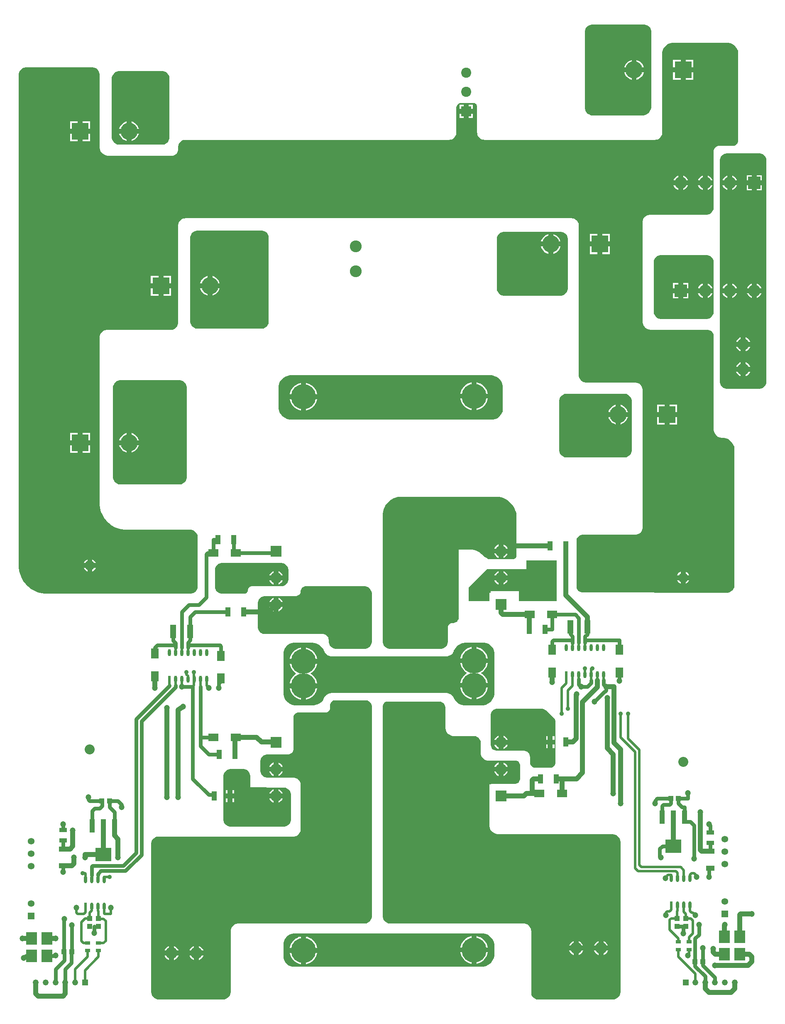
<source format=gtl>
%FSTAX23Y23*%
%MOIN*%
%SFA1B1*%

%IPPOS*%
%ADD10O,0.023600X0.057100*%
%ADD11R,0.023600X0.057100*%
%ADD12R,0.043300X0.072800*%
%ADD13R,0.059100X0.035400*%
%ADD14R,0.041300X0.031500*%
%ADD15R,0.045300X0.110200*%
%ADD16R,0.043300X0.039400*%
%ADD17R,0.039400X0.043300*%
%ADD18R,0.086000X0.102200*%
%ADD19R,0.039400X0.106300*%
%ADD20R,0.129900X0.106300*%
%ADD21R,0.078700X0.061000*%
%ADD22R,0.061000X0.078700*%
%ADD23R,0.023600X0.061000*%
%ADD24O,0.023600X0.061000*%
%ADD25R,0.068900X0.043300*%
%ADD26C,0.019700*%
%ADD27C,0.029500*%
%ADD28C,0.039400*%
%ADD29C,0.095000*%
%ADD30C,0.080000*%
%ADD31C,0.200800*%
%ADD32C,0.137800*%
%ADD33R,0.137800X0.137800*%
%ADD34C,0.090600*%
%ADD35R,0.090600X0.090600*%
%ADD36R,0.048000X0.048000*%
%ADD37C,0.048000*%
%ADD38C,0.098400*%
%ADD39R,0.098400X0.098400*%
%ADD40R,0.053500X0.053500*%
%ADD41C,0.053500*%
%ADD42R,0.081000X0.081000*%
%ADD43C,0.081000*%
%ADD44C,0.035400*%
%ADD45C,0.047200*%
%LNr100.230.010.000-00_invertor-1*%
%LPD*%
G36*
X05826Y07086D02*
X06082D01*
X06088*
X06099Y07084*
X0611Y07079*
X0612Y07073*
X06128Y07065*
X06135Y07055*
X06139Y07044*
X06141Y07033*
Y07027*
Y05255*
Y0525*
X06139Y05238*
X06135Y05227*
X06128Y05218*
X0612Y0521*
X0611Y05203*
X06099Y05199*
X06088Y05196*
X06082*
X05826*
X05821*
X05809Y05199*
X05798Y05203*
X05789Y0521*
X0578Y05218*
X05774Y05227*
X0577Y05238*
X05767Y0525*
Y05255*
Y07022*
Y07027*
Y07033*
X0577Y07044*
X05774Y07055*
X0578Y07065*
X05789Y07073*
X05798Y07079*
X05809Y07084*
X05821Y07086*
X05826*
G37*
G36*
X01427Y05265D02*
X01433D01*
X01444Y05263*
X01455Y05259*
X01464Y05252*
X01473Y05244*
X01479Y05234*
X01484Y05223*
X01486Y05212*
Y05206*
Y04488*
Y04482*
X01484Y04471*
X01479Y0446*
X01473Y0445*
X01464Y04442*
X01455Y04435*
X01444Y04431*
X01433Y04429*
X01427*
X00954*
X00948*
X00937Y04431*
X00926Y04435*
X00917Y04442*
X00908Y0445*
X00902Y0446*
X00897Y04471*
X00895Y04482*
Y04488*
Y05206*
Y05212*
X00897Y05223*
X00902Y05234*
X00908Y05244*
X00917Y05252*
X00926Y05259*
X00937Y05263*
X00948Y05265*
X00954*
X01427*
G37*
G36*
X01939Y02145D02*
D01*
X01944*
X01956Y02143*
X01966Y02138*
X01976Y02132*
X01984Y02124*
X01991Y02114*
X01995Y02103*
X01998Y02092*
Y01998*
X02126*
X0213Y01997*
X02135*
X02271*
X02281Y01995*
X02291Y01991*
X02301Y01984*
X02309Y01976*
X02316Y01966*
X0232Y01956*
X02322Y01946*
Y01734*
X0232Y01724*
X02316Y01714*
X02309Y01704*
X02301Y01696*
X02291Y01689*
X02281Y01685*
X02271Y01683*
X01832*
X01823Y01685*
X01812Y01689*
X01802Y01696*
X01794Y01704*
X01788Y01714*
X01783Y01724*
X01781Y01736*
Y01742*
Y02086*
Y02092*
X01783Y02103*
X01788Y02114*
X01794Y02124*
X01802Y02132*
X01812Y02138*
X01823Y02143*
X01834Y02145*
X0184*
X01939*
G37*
G36*
X05Y05157D02*
X05005D01*
X05017Y05155*
X05028Y0515*
X05037Y05144*
X05045Y05136*
X05052Y05126*
X05056Y05115*
X05059Y05104*
Y05098*
Y04704*
Y04698*
X05056Y04687*
X05052Y04676*
X05045Y04667*
X05037Y04658*
X05028Y04652*
X05017Y04647*
X05005Y04645*
X05*
X04537*
X04531*
X0452Y04647*
X04509Y04652*
X04499Y04658*
X04491Y04667*
X04485Y04676*
X0448Y04687*
X04478Y04698*
Y04704*
Y05098*
Y05104*
X0448Y05115*
X04485Y05126*
X04491Y05136*
X04499Y05144*
X04509Y0515*
X0452Y05155*
X04531Y05157*
X04537*
X05*
G37*
G36*
X04458Y03494D02*
X04153D01*
Y03572*
X03927*
Y03558*
X03917*
Y03494*
X0375*
Y03602*
X03897Y0375*
X03919*
X03923Y03749*
X04104*
X04107*
X04111Y0375*
X04212*
Y03818*
X04458*
Y03494*
G37*
G36*
X05393Y07972D02*
X05826D01*
X05835*
X05852Y07969*
X05868Y07962*
X05883Y07952*
X05895Y0794*
X05905Y07925*
X05912Y07909*
X05915Y07892*
Y07883*
Y07194*
Y0719*
X05913Y0718*
X05909Y07171*
X05904Y07163*
X05897Y07156*
X05889Y07151*
X0588Y07147*
X05871Y07145*
X05757*
X05754Y07145*
X05746Y07144*
X05739Y07141*
X05732Y07136*
X05727Y07131*
X05723Y07124*
X0572Y07117*
X05718Y0711*
X05718Y07106*
Y07096*
Y06653*
Y06647*
X05716Y06636*
X05711Y06625*
X05705Y06615*
X05697Y06607*
X05687Y06601*
X05676Y06596*
X05665Y06594*
X05659*
X05206*
X052Y06594*
X05189Y06591*
X05178Y06587*
X05169Y06581*
X05161Y06572*
X05154Y06563*
X0515Y06552*
X05147Y06541*
X05147Y06535*
Y05738*
X05148Y05731*
X0515Y05718*
X05155Y05705*
X05163Y05694*
X05172Y05684*
X05184Y05677*
X05196Y05672*
X05209Y05669*
X05216Y05669*
X05669*
X05674*
X05683Y05667*
X05692Y05663*
X057Y05658*
X05707Y05651*
X05712Y05643*
X05716Y05634*
X05718Y05624*
Y0562*
Y04872*
X05718Y04865*
X05721Y04852*
X05726Y04839*
X05734Y04828*
X05743Y04818*
X05754Y04811*
X05767Y04806*
X0578Y04803*
X05787Y04803*
Y04803*
X05797Y04803*
X05816Y04799*
X05834Y04792*
X0585Y04781*
X05863Y04767*
X05874Y04751*
X05882Y04733*
X05885Y04714*
Y04704*
Y04665*
Y03622*
Y03616*
X05883Y03604*
X05878Y03593*
X05872Y03583*
X05863Y03575*
X05853Y03568*
X05842Y03563*
X05831Y03561*
X05825Y03561*
X04664Y03563*
X04659*
X0465Y03565*
X04641Y03569*
X04633Y03574*
X04626Y03581*
X04621Y03589*
X04618Y03598*
X04616Y03607*
Y03612*
Y03976*
Y03981*
X04618Y0399*
X04621Y03999*
X04627Y04007*
X04634Y04014*
X04642Y0402*
X04651Y04023*
X0466Y04025*
X04665*
X05083*
X05088*
X05094Y04025*
X05105Y04028*
X05116Y04032*
X05126Y04039*
X05134Y04047*
X0514Y04056*
X05145Y04067*
X05147Y04078*
X05147Y04084*
Y05187*
X05147Y05192*
X05145Y05204*
X0514Y05214*
X05134Y05224*
X05126Y05232*
X05116Y05239*
X05105Y05243*
X05094Y05245*
X05088Y05246*
X04694*
X04689*
X04677Y05248*
X04666Y05252*
X04657Y05259*
X04649Y05267*
X04642Y05277*
X04638Y05287*
X04635Y05299*
Y05305*
Y06505*
X04635Y06511*
X04633Y06523*
X04628Y06533*
X04622Y06543*
X04614Y06551*
X04604Y06558*
X04593Y06562*
X04582Y06564*
X04576Y06565*
X01476*
X0147Y06564*
X01459Y06562*
X01448Y06558*
X01438Y06551*
X0143Y06543*
X01424Y06533*
X01419Y06523*
X01417Y06511*
X01417Y06505*
Y05728*
Y05722*
X01415Y05711*
X0141Y057*
X01404Y0569*
X01395Y05682*
X01386Y05676*
X01375Y05671*
X01364Y05669*
X01358*
X00846*
X0084Y05669*
X00829Y05666*
X00818Y05662*
X00809Y05655*
X008Y05647*
X00794Y05638*
X00789Y05627*
X00787Y05616*
X00787Y0561*
Y04281*
X00787Y04267*
X00791Y04239*
X00798Y04211*
X00809Y04185*
X00823Y04161*
X00841Y04138*
X00861Y04118*
X00883Y04101*
X00908Y04087*
X00934Y04076*
X00961Y04069*
X00989Y04065*
X01004Y04065*
X01515*
X01521*
X01533Y04062*
X01543Y04058*
X01553Y04051*
X01561Y04043*
X01568Y04033*
X01572Y04023*
X01574Y04011*
Y04005*
Y03612*
Y03606*
X01572Y03595*
X01568Y03584*
X01561Y03574*
X01553Y03566*
X01543Y03559*
X01533Y03555*
X01521Y03553*
X01515*
X00944Y03553*
X00364Y03553*
X00349*
X00319Y03557*
X00291Y03564*
X00263Y03576*
X00238Y0359*
X00214Y03609*
X00193Y03629*
X00175Y03653*
X0016Y03679*
X00149Y03706*
X00141Y03735*
X00137Y03764*
Y03779*
Y07711*
Y07716*
Y07722*
X0014Y07733*
X00144Y07744*
X00151Y07754*
X00159Y07762*
X00168Y07768*
X00179Y07773*
X00191Y07775*
X00196*
X00728*
X00734*
X00745Y07773*
X00756Y07768*
X00766Y07762*
X00774Y07754*
X0078Y07744*
X00785Y07733*
X00787Y07722*
Y07716*
Y07135*
X00787Y07129*
X0079Y07115*
X00795Y07103*
X00803Y07092*
X00812Y07082*
X00823Y07075*
X00836Y07069*
X00849Y07067*
X00856Y07066*
X01363*
X01368*
X01372Y07067*
X01382Y07069*
X01391Y07072*
X01399Y07078*
X01406Y07084*
X01411Y07092*
X01415Y07101*
X01417Y07111*
X01417Y07116*
Y07131*
Y07135*
Y07141*
X01419Y07153*
X01424Y07163*
X0143Y07173*
X01438Y07181*
X01448Y07188*
X01459Y07192*
X0147Y07194*
X01476*
X03592*
X03598Y07195*
X03609Y07197*
X0362Y07201*
X0363Y07208*
X03638Y07216*
X03644Y07226*
X03649Y07236*
X03651Y07248*
X03651Y07253*
Y0745*
X03651Y07455*
X03653Y07462*
X03656Y07469*
X0366Y07475*
X03665Y07481*
X03672Y07485*
X03679Y07488*
X03687Y0749*
X03789*
X03794Y07489*
X03798Y07489*
X03803Y07486*
X03808Y07483*
X03812Y07479*
X03815Y07474*
X03817Y07469*
X03818Y07463*
Y07253*
X03819Y07248*
X03821Y07236*
X03825Y07226*
X03832Y07216*
X0384Y07208*
X0385Y07201*
X0386Y07197*
X03872Y07195*
X03878Y07194*
X05241*
X05246*
X05251Y07195*
X05263Y07197*
X05273Y07201*
X05283Y07208*
X05291Y07216*
X05298Y07226*
X05302Y07236*
X05304Y07248*
X05305Y07253*
Y07879*
Y07883*
Y07892*
X05308Y07909*
X05315Y07925*
X05324Y0794*
X05337Y07952*
X05351Y07962*
X05367Y07969*
X05385Y07972*
X05393*
G37*
G36*
X00944Y07746D02*
X01289D01*
X01295*
X01306Y07743*
X01317Y07739*
X01327Y07732*
X01335Y07724*
X01341Y07715*
X01346Y07704*
X01348Y07692*
Y07687*
Y07214*
Y07208*
X01347Y07204*
X01343Y07197*
X01339Y07186*
X01337Y07179*
X01335Y07176*
X01327Y07168*
X01317Y07162*
X01306Y07157*
X01295Y07155*
X01289*
X00944*
X00939*
X00927Y07157*
X00916Y07162*
X00907Y07168*
X00899Y07176*
X00892Y07186*
X00888Y07197*
X00885Y07208*
Y07214*
Y07682*
Y07687*
Y07692*
X00888Y07704*
X00892Y07715*
X00899Y07724*
X00907Y07732*
X00916Y07739*
X00927Y07743*
X00939Y07746*
X00944*
G37*
G36*
X0293Y03609D02*
X02941Y03605D01*
X02951Y03599*
X02959Y0359*
X02965Y03581*
X0297Y0357*
X02972Y03559*
Y03553*
Y03228*
Y03169*
Y03163*
X0297Y03152*
X02965Y03141*
X02959Y03131*
X02951Y03123*
X02941Y03117*
X0293Y03112*
X02919Y0311*
X02913*
X02687*
X02681*
X02669Y03112*
X02659Y03117*
X02649Y03123*
X02641Y03131*
X02634Y03141*
X0263Y03152*
X02628Y03163*
Y03169*
Y03179*
X02627Y03184*
X02625Y03193*
X02622Y03202*
X02616Y0321*
X0261Y03217*
X02601Y03222*
X02593Y03226*
X02583Y03228*
X02578Y03228*
X02116*
X0211*
X02098Y0323*
X02088Y03235*
X02078Y03241*
X0207Y03249*
X02063Y03259*
X02059Y0327*
X02057Y03281*
Y03287*
Y03469*
Y03474*
Y0348*
X02059Y03491*
X02063Y03502*
X0207Y03512*
X02078Y0352*
X02088Y03526*
X02098Y03531*
X0211Y03533*
X02116*
X02362*
X02366Y03533*
X02367Y03533*
X02373Y03535*
X0238Y03538*
X02387Y03542*
X02392Y03547*
X02396Y03554*
X02399Y03561*
X02401Y03569*
X02401Y03572*
Y03576*
X02403Y03584*
X02406Y03591*
X0241Y03597*
X02415Y03603*
X02422Y03607*
X02429Y0361*
X02437Y03612*
X0244*
X02913*
X02919*
X0293Y03609*
G37*
G36*
X03893Y03156D02*
X0391Y03149D01*
X03924Y03139*
X03936Y03127*
X03946Y03112*
X03953Y03096*
X03956Y03079*
Y0307*
Y02755*
Y02746*
X03952Y02727*
X03945Y02709*
X03934Y02693*
X03921Y02679*
X03904Y02668*
X03887Y02661*
X03868Y02657*
X03858*
X03713*
X03698Y02659*
X03685Y02663*
X03671Y0267*
X03659Y02678*
X03649Y02687*
X03639Y02698*
X03632Y02711*
X03629Y02718*
X03627Y02722*
X03627Y02722*
X03623Y02729*
X03617Y02736*
X0361Y02742*
X03603Y02747*
X03594Y02751*
X03586Y02754*
X03577Y02755*
X03572Y02755*
X02654*
X02648Y02755*
X02636Y02753*
X02624Y02749*
X02614Y02744*
X02604Y02737*
X02596Y02728*
X02589Y02718*
X02584Y02707*
X02582Y02702*
X02579Y02696*
X02571Y02687*
X02562Y02679*
X02552Y02672*
X02541Y02666*
X0253Y02662*
X02518Y02659*
X02506Y02657*
X025*
X02362*
X02352*
X02333Y02661*
X02315Y02668*
X02299Y02679*
X02285Y02693*
X02275Y02709*
X02267Y02727*
X02263Y02746*
Y02755*
Y03066*
Y0307*
Y03079*
X02267Y03096*
X02273Y03112*
X02283Y03127*
X02295Y03139*
X0231Y03149*
X02326Y03156*
X02343Y03159*
X02352*
X0249*
X02497*
X02512Y03157*
X02526Y03153*
X0254Y03147*
X02553Y03139*
X02564Y0313*
X02574Y03119*
X02583Y03107*
X02586Y031*
X02588Y03095*
X02592Y03085*
X02598Y03076*
X02606Y03068*
X02614Y03061*
X02624Y03056*
X02634Y03053*
X02645Y03051*
X0265Y03051*
X03573*
X03578Y03051*
X03578Y03051*
X03587Y03052*
X03595Y03055*
X03603Y03059*
X03611Y03064*
X03617Y0307*
X03622Y03077*
X03627Y03085*
X03627Y03085*
X03629Y03089*
X03631Y03097*
X03639Y03111*
X0365Y03124*
X03661Y03135*
X03675Y03144*
X0369Y03152*
X03705Y03157*
X03722Y03159*
X0373*
X03868*
X03876*
X03893Y03156*
G37*
G36*
X03513Y02687D02*
X03518D01*
X03528Y02685*
X03537Y02681*
X03545Y02676*
X03552Y02669*
X03557Y02661*
X03561Y02652*
X03563Y02642*
Y02637*
Y0248*
X03563Y02473*
X03566Y0246*
X03571Y02447*
X03578Y02436*
X03588Y02427*
X03599Y02419*
X03611Y02414*
X03625Y02411*
X03631Y02411*
X03789*
X03795*
X03806Y02409*
X03817Y02404*
X03827Y02398*
X03835Y0239*
X03841Y0238*
X03846Y02369*
X03848Y02358*
Y02352*
Y02273*
X03848Y02267*
X03851Y02256*
X03855Y02245*
X03861Y02236*
X0387Y02228*
X03879Y02221*
X0389Y02217*
X03901Y02214*
X03907Y02214*
X04124*
X04127*
X04135Y02213*
X04142Y0221*
X04149Y02205*
X04154Y022*
X04158Y02193*
X04161Y02186*
X04163Y02179*
X04163Y02175*
Y02066*
Y02063*
X04161Y02055*
X04158Y02048*
X04154Y02041*
X04149Y02036*
X04142Y02032*
X04135Y02029*
X04127Y02027*
X04124*
X03937*
X03933Y02027*
X03926Y02024*
X03924Y02022*
X03917*
Y02007*
Y01692*
X03917Y01686*
X0392Y01672*
X03925Y0166*
X03933Y01649*
X03942Y01639*
X03953Y01632*
X03966Y01627*
X03979Y01624*
X03986Y01624*
X04901*
X04908*
X04921Y01621*
X04934Y01616*
X04945Y01608*
X04955Y01599*
X04962Y01587*
X04967Y01575*
X0497Y01561*
Y01555*
Y00905*
Y00364*
Y00357*
X04967Y00344*
X04962Y00331*
X04955Y0032*
X04945Y0031*
X04934Y00303*
X04921Y00297*
X04908Y00295*
X04901*
X04311*
X04305*
X04293Y00297*
X04283Y00302*
X04273Y00308*
X04265Y00316*
X04258Y00326*
X04254Y00337*
X04252Y00348*
Y00354*
Y00846*
X04251Y00852*
X04249Y00863*
X04245Y00874*
X04238Y00883*
X0423Y00892*
X0422Y00898*
X0421Y00903*
X04198Y00905*
X04192Y00905*
X0312*
X03114*
X03102Y00907*
X03092Y00912*
X03082Y00918*
X03074Y00926*
X03067Y00936*
X03063Y00947*
X03061Y00958*
Y00964*
Y02647*
Y02651*
X03062Y02659*
X03065Y02666*
X03069Y02672*
X03075Y02678*
X03081Y02682*
X03088Y02685*
X03096Y02687*
X031*
X03513*
G37*
G36*
X02937Y02695D02*
X02946Y02691D01*
X02954Y02685*
X02961Y02679*
X02966Y0267*
X0297Y02662*
X02972Y02652*
Y02647*
Y02598*
Y02076*
Y00964*
Y00958*
X0297Y00947*
X02965Y00936*
X02959Y00926*
X02951Y00918*
X02941Y00912*
X0293Y00907*
X02919Y00905*
X02913*
X01899*
X01893Y00905*
X01882Y00903*
X01871Y00898*
X01862Y00892*
X01854Y00883*
X01847Y00874*
X01843Y00863*
X0184Y00852*
X0184Y00846*
Y00364*
Y00357*
X01837Y00344*
X01832Y00331*
X01825Y0032*
X01815Y0031*
X01804Y00303*
X01791Y00297*
X01778Y00295*
X01771*
X01269*
X01262*
X01249Y00297*
X01237Y00303*
X01225Y0031*
X01216Y0032*
X01208Y00331*
X01203Y00344*
X012Y00357*
Y00364*
Y00905*
Y01545*
Y01551*
X01203Y01562*
X01207Y01573*
X01214Y01582*
X01222Y01591*
X01231Y01597*
X01242Y01602*
X01254Y01604*
X01259*
X02342*
X02348Y01604*
X02359Y01606*
X0237Y01611*
X0238Y01617*
X02388Y01625*
X02394Y01635*
X02399Y01646*
X02401Y01657*
X02401Y01663*
Y02017*
X02401Y02023*
X02399Y02034*
X02394Y02045*
X02388Y02055*
X0238Y02063*
X0237Y02069*
X02359Y02074*
X02348Y02076*
X02342Y02076*
X02135*
X0213*
X02118Y02079*
X02107Y02083*
X02098Y0209*
X0209Y02098*
X02083Y02107*
X02079Y02118*
X02076Y0213*
Y02135*
Y02204*
Y0221*
X02079Y02222*
X02083Y02232*
X0209Y02242*
X02098Y0225*
X02107Y02257*
X02118Y02261*
X0213Y02263*
X02135*
X02303*
X02307Y02264*
X02314Y02265*
X02321Y02268*
X02328Y02272*
X02333Y02278*
X02337Y02284*
X0234Y02291*
X02342Y02299*
X02342Y02303*
Y02559*
Y02562*
X02344Y0257*
X02347Y02577*
X02351Y02584*
X02356Y02589*
X02363Y02593*
X0237Y02596*
X02378Y02598*
X02381*
X02598*
X02602Y02598*
X02609Y026*
X02617Y02603*
X02623Y02607*
X02628Y02612*
X02633Y02619*
X02636Y02626*
X02637Y02633*
X02637Y02637*
Y02657*
Y02661*
X02639Y02669*
X02642Y02676*
X02646Y02682*
X02652Y02688*
X02658Y02692*
X02665Y02695*
X02673Y02696*
X02677*
Y02696*
X02923*
X02928*
X02937Y02695*
G37*
G36*
X04336Y02628D02*
D01*
X04342*
X04353Y02625*
X04363Y02621*
X04373Y02615*
X04432Y02556*
X04436Y02552*
X04442Y02542*
X04446Y02532*
X04448Y02521*
Y02515*
Y02293*
Y02204*
Y02199*
X04446Y0219*
X04443Y02181*
X04437Y02173*
X04431Y02166*
X04422Y02161*
X04414Y02157*
X04404Y02155*
X04399*
X04291*
X04286*
X04277Y02157*
X04268Y02161*
X0426Y02166*
X04253Y02173*
X04247Y02181*
X04244Y0219*
X04242Y02199*
Y02204*
Y02244*
X04241Y02248*
X0424Y02258*
X04236Y02267*
X04231Y02275*
X04224Y02282*
X04216Y02287*
X04207Y02291*
X04197Y02293*
X04192Y02293*
X04131*
X04127Y02293*
X04124*
X03969*
X03962Y02295*
X03953Y02298*
X03945Y02304*
X03938Y02311*
X03932Y02319*
X03929Y02328*
X03927Y02335*
Y02352*
Y02358*
X03927Y02362*
Y02578*
Y02583*
X03929Y02593*
X03932Y02602*
X03938Y0261*
X03945Y02617*
X03953Y02622*
X03962Y02626*
X03971Y02628*
X03976*
X04336*
G37*
G36*
X05295Y06269D02*
X05659D01*
X05665*
X05676Y06267*
X05687Y06263*
X05697Y06256*
X05705Y06248*
X05711Y06238*
X05716Y06227*
X05718Y06216*
Y0621*
Y05816*
Y05811*
X05716Y05799*
X05711Y05789*
X05705Y05779*
X05697Y05771*
X05687Y05764*
X05676Y0576*
X05665Y05757*
X05659*
X05295*
X05289*
X05278Y0576*
X05267Y05764*
X05257Y05771*
X05249Y05779*
X05242Y05789*
X05238Y05799*
X05236Y05811*
Y05816*
Y06205*
Y0621*
Y06216*
X05238Y06227*
X05242Y06238*
X05249Y06248*
X05257Y06256*
X05267Y06263*
X05278Y06267*
X05289Y06269*
X05295*
G37*
G36*
X02103Y06464D02*
X02114Y06459D01*
X02124Y06453*
X02132Y06445*
X02138Y06435*
X02143Y06424*
X02145Y06413*
Y06407*
Y05738*
Y05732*
X02143Y05721*
X02138Y0571*
X02132Y057*
X02124Y05692*
X02114Y05685*
X02103Y05681*
X02092Y05679*
X02086*
X01574*
X01569*
X01557Y05681*
X01546Y05685*
X01537Y05692*
X01528Y057*
X01522Y0571*
X01518Y05721*
X01515Y05732*
Y05738*
Y06407*
Y06413*
X01518Y06424*
X01522Y06435*
X01528Y06445*
X01537Y06453*
X01546Y06459*
X01557Y06464*
X01569Y06466*
X01574*
X02086*
X02092*
X02103Y06464*
G37*
G36*
X04505Y06454D02*
X04516Y0645D01*
X04525Y06443*
X04534Y06435*
X0454Y06425*
X04545Y06414*
X04547Y06403*
Y06397*
Y06003*
Y05998*
X04545Y05986*
X0454Y05976*
X04534Y05966*
X04525Y05958*
X04516Y05951*
X04505Y05947*
X04494Y05944*
X04488*
X04035*
X04029*
X04018Y05947*
X04007Y05951*
X03997Y05958*
X03989Y05966*
X03983Y05976*
X03978Y05986*
X03976Y05998*
Y06003*
Y06397*
Y06403*
X03978Y06414*
X03983Y06425*
X03989Y06435*
X03997Y06443*
X04007Y0645*
X04018Y06454*
X04029Y06456*
X04035*
X04488*
X04494*
X04505Y06454*
G37*
G36*
X03978Y0433D02*
D01*
X03984*
X03998Y04329*
X04011Y04326*
X04024Y04322*
X04037Y04317*
X04049Y04311*
X0406Y04303*
X04071Y04295*
X04076Y0429*
X04093Y04272*
X04098Y04268*
X04106Y04257*
X04114Y04246*
X0412Y04234*
X04125Y04221*
X04129Y04208*
X04132Y04195*
X04133Y04181*
Y04174*
Y03858*
Y03855*
X04132Y03849*
X0413Y03844*
X04127Y03839*
X04123Y03835*
X04118Y03832*
X04112Y03829*
X04107Y03828*
X04104*
X03923*
X03907Y03831*
X03892Y03838*
X03879Y03846*
X03873Y03852*
X03859Y03866*
X03854Y03871*
X03844Y0388*
X03832Y03887*
X0382Y03894*
X03808Y03899*
X03795Y03903*
X03781Y03906*
X03768Y03907*
X03761Y03907*
X03671*
Y03366*
Y03361*
X03669Y03351*
X03665Y03342*
X0366Y03334*
X03653Y03327*
X03645Y03322*
X03636Y03318*
X03626Y03316*
X03622*
X03618Y03316*
X0361Y03315*
X03603Y03312*
X03597Y03308*
X03591Y03302*
X03587Y03296*
X03584Y03289*
X03582Y03281*
X03582Y03277*
Y03169*
Y03163*
X0358Y03152*
X03576Y03141*
X03569Y03131*
X03561Y03123*
X03551Y03117*
X0354Y03112*
X03529Y0311*
X03523*
X0312*
X03114*
X03102Y03112*
X03092Y03117*
X03082Y03123*
X03074Y03131*
X03067Y03141*
X03063Y03152*
X03061Y03163*
Y03169*
Y04183*
Y04192*
X03063Y04211*
X03068Y0423*
X03076Y04248*
X03085Y04265*
X03097Y0428*
X03111Y04294*
X03126Y04306*
X03143Y04315*
X03161Y04323*
X03179Y04328*
X03199Y0433*
X03208*
X03978*
G37*
G36*
X04744Y0812D02*
X05157D01*
X05163*
X05174Y08117*
X05185Y08113*
X05195Y08106*
X05203Y08098*
X05209Y08089*
X05214Y08078*
X05216Y08066*
Y08061*
Y0746*
Y07453*
X05213Y0744*
X05208Y07428*
X05201Y07416*
X05191Y07407*
X0518Y07399*
X05167Y07394*
X05154Y07391*
X05147*
X04744*
X04738*
X04726Y07394*
X04716Y07398*
X04706Y07404*
X04698Y07413*
X04691Y07422*
X04687Y07433*
X04685Y07445*
Y0745*
Y08056*
Y08061*
Y08066*
X04687Y08078*
X04691Y08089*
X04698Y08098*
X04706Y08106*
X04716Y08113*
X04726Y08117*
X04738Y0812*
X04744*
G37*
G36*
X03927Y05305D02*
D01*
X03936*
X03955Y05301*
X03973Y05293*
X03989Y05283*
X04003Y05269*
X04014Y05253*
X04021Y05235*
X04025Y05216*
Y05206*
Y05039*
Y0503*
X04022Y05013*
X04015Y04997*
X04005Y04982*
X03993Y0497*
X03979Y0496*
X03962Y04954*
X03945Y0495*
X03937*
X02322*
X02313*
X02294Y04954*
X02276Y04962*
X0226Y04972*
X02246Y04986*
X02235Y05002*
X02228Y0502*
X02224Y05039*
Y05049*
Y05206*
Y05216*
X02228Y05235*
X02235Y05253*
X02246Y05269*
X0226Y05283*
X02276Y05293*
X02294Y05301*
X02313Y05305*
X02322*
X03927*
G37*
G36*
X02352Y00826D02*
X03858D01*
X03868*
X03887Y00823*
X03904Y00815*
X03921Y00804*
X03934Y00791*
X03945Y00775*
X03952Y00757*
X03956Y00738*
Y00728*
Y00659*
Y00649*
X03952Y0063*
X03945Y00612*
X03934Y00596*
X03921Y00583*
X03904Y00572*
X03887Y00564*
X03868Y00561*
X03858*
X02342*
X02334*
X02319Y00564*
X02305Y0057*
X02292Y00578*
X02281Y00589*
X02272Y00602*
X02266Y00616*
X02263Y00632*
Y00639*
Y00733*
Y00738*
Y00746*
X02267Y00764*
X02273Y0078*
X02283Y00794*
X02295Y00807*
X0231Y00816*
X02326Y00823*
X02343Y00826*
X02352*
G37*
G36*
X02244Y03799D02*
D01*
X02249*
X02261Y03796*
X02272Y03792*
X02281Y03786*
X0229Y03777*
X02296Y03768*
X023Y03757*
X02303Y03746*
Y0374*
Y03671*
Y03665*
X023Y03654*
X02296Y03643*
X0229Y03633*
X02281Y03625*
X02272Y03618*
X02261Y03614*
X02251Y03612*
X02116*
X0211*
X02106Y03612*
X02007*
X02005Y03612*
X01999Y0361*
X01994Y03608*
X01989Y03605*
X01985Y03601*
X01981Y03596*
X01979Y03591*
X01978Y03585*
X01978Y03582*
Y03579*
X01977Y03574*
X01975Y03568*
X01971Y03563*
X01967Y03559*
X01962Y03556*
X01957Y03554*
X01951Y03553*
X01771*
X01765*
X01754Y03555*
X01743Y03559*
X01734Y03566*
X01725Y03574*
X01719Y03584*
X01714Y03595*
X01712Y03606*
Y03612*
Y0374*
Y03746*
X01714Y03757*
X01719Y03768*
X01725Y03777*
X01734Y03786*
X01743Y03792*
X01754Y03796*
X01765Y03799*
X01771*
X02244*
G37*
%LNr100.230.010.000-00_invertor-2*%
%LPC*%
G36*
X05826Y0683D02*
X05788D01*
X05789Y06826*
X05795Y06816*
X05803Y06807*
X05812Y06799*
X05823Y06793*
X05826Y06792*
Y0683*
G37*
G36*
X05904D02*
X05866D01*
Y06792*
X05869Y06793*
X0588Y06799*
X05889Y06807*
X05897Y06816*
X05903Y06826*
X05904Y0683*
G37*
G36*
X06023D02*
X05982D01*
Y06789*
X06023*
Y0683*
G37*
G36*
X06104D02*
X06063D01*
Y06789*
X06104*
Y0683*
G37*
G36*
X05826Y06908D02*
X05823Y06907D01*
X05812Y06901*
X05803Y06893*
X05795Y06884*
X05789Y06873*
X05788Y0687*
X05826*
Y06908*
G37*
G36*
X06023Y06911D02*
X05982D01*
Y0687*
X06023*
Y06911*
G37*
G36*
X05866Y06908D02*
Y0687D01*
X05904*
X05903Y06873*
X05897Y06884*
X05889Y06893*
X0588Y06901*
X05869Y06907*
X05866Y06908*
G37*
G36*
X06104Y06911D02*
X06063D01*
Y0687*
X06104*
Y06911*
G37*
G36*
X0601Y05334D02*
X05974D01*
Y05298*
X05977Y05299*
X05987Y05304*
X05996Y05312*
X06004Y05321*
X06009Y05331*
X0601Y05334*
G37*
G36*
X05935Y0541D02*
X05931Y05409D01*
X05921Y05403*
X05912Y05396*
X05905Y05387*
X05899Y05377*
X05898Y05374*
X05935*
Y0541*
G37*
G36*
X05974D02*
Y05374D01*
X0601*
X06009Y05377*
X06004Y05387*
X05996Y05396*
X05987Y05403*
X05977Y05409*
X05974Y0541*
G37*
G36*
X05935Y05334D02*
X05898D01*
X05899Y05331*
X05905Y05321*
X05912Y05312*
X05921Y05304*
X05931Y05299*
X05935Y05298*
Y05334*
G37*
G36*
X05866Y06042D02*
Y06003D01*
X05904*
X05903Y06007*
X05897Y06018*
X05889Y06027*
X0588Y06035*
X05869Y0604*
X05866Y06042*
G37*
G36*
X06023D02*
X06019Y0604D01*
X06009Y06035*
X05999Y06027*
X05992Y06018*
X05986Y06007*
X05985Y06003*
X06023*
Y06042*
G37*
G36*
X06063D02*
Y06003D01*
X06101*
X061Y06007*
X06094Y06018*
X06086Y06027*
X06077Y06035*
X06066Y0604*
X06063Y06042*
G37*
G36*
X05826D02*
X05823Y0604D01*
X05812Y06035*
X05803Y06027*
X05795Y06018*
X05789Y06007*
X05788Y06003*
X05826*
Y06042*
G37*
G36*
X05974Y0561D02*
Y05574D01*
X0601*
X06009Y05577*
X06004Y05587*
X05996Y05596*
X05987Y05603*
X05977Y05609*
X05974Y0561*
G37*
G36*
X05935Y05534D02*
X05898D01*
X05899Y05531*
X05905Y05521*
X05912Y05512*
X05921Y05504*
X05931Y05499*
X05935Y05498*
Y05534*
G37*
G36*
X0601D02*
X05974D01*
Y05498*
X05977Y05499*
X05987Y05504*
X05996Y05512*
X06004Y05521*
X06009Y05531*
X0601Y05534*
G37*
G36*
X05935Y0561D02*
X05931Y05609D01*
X05921Y05603*
X05912Y05596*
X05905Y05587*
X05899Y05577*
X05898Y05574*
X05935*
Y0561*
G37*
G36*
X05904Y05964D02*
X05866D01*
Y05926*
X05869Y05927*
X0588Y05933*
X05889Y0594*
X05897Y0595*
X05903Y0596*
X05904Y05964*
G37*
G36*
X06023D02*
X05985D01*
X05986Y0596*
X05992Y0595*
X05999Y0594*
X06009Y05933*
X06019Y05927*
X06023Y05926*
Y05964*
G37*
G36*
X06101D02*
X06063D01*
Y05926*
X06066Y05927*
X06077Y05933*
X06086Y0594*
X06094Y0595*
X061Y0596*
X06101Y05964*
G37*
G36*
X05826D02*
X05788D01*
X05789Y0596*
X05795Y0595*
X05803Y0594*
X05812Y05933*
X05823Y05927*
X05826Y05926*
Y05964*
G37*
G36*
X01003Y04744D02*
X00945D01*
X00948Y04732*
X00956Y04718*
X00966Y04706*
X00978Y04696*
X00992Y04688*
X01003Y04685*
Y04744*
G37*
G36*
X01102D02*
X01043D01*
Y04685*
X01054Y04688*
X01068Y04696*
X01081Y04706*
X01091Y04718*
X01098Y04732*
X01102Y04744*
G37*
G36*
X01043Y04842D02*
Y04783D01*
X01102*
X01098Y04794*
X01091Y04808*
X01081Y04821*
X01068Y04831*
X01054Y04838*
X01043Y04842*
G37*
G36*
X01003D02*
X00992Y04838D01*
X00978Y04831*
X00966Y04821*
X00956Y04808*
X00948Y04794*
X00945Y04783*
X01003*
Y04842*
G37*
G36*
X01868Y01909D02*
X01854D01*
Y0188*
X01868*
Y01909*
G37*
G36*
X01815Y01977D02*
X01801D01*
Y01948*
X01815*
Y01977*
G37*
G36*
X01868D02*
X01854D01*
Y01948*
X01868*
Y01977*
G37*
G36*
X02256Y0191D02*
X02222D01*
Y01876*
X02231Y0188*
X02243Y01889*
X02252Y01901*
X02256Y0191*
G37*
G36*
X02183D02*
X02149D01*
X02152Y01901*
X02162Y01889*
X02174Y0188*
X02183Y01876*
Y0191*
G37*
G36*
X01815Y01909D02*
X01801D01*
Y0188*
X01815*
Y01909*
G37*
G36*
X02183Y01983D02*
X02174Y0198D01*
X02162Y0197*
X02152Y01958*
X02149Y01949*
X02183*
Y01983*
G37*
G36*
X02222D02*
Y01949D01*
X02256*
X02252Y01958*
X02243Y0197*
X02231Y0198*
X02222Y01983*
G37*
G36*
X04931Y05068D02*
X04919Y05065D01*
X04905Y05057*
X04893Y05047*
X04883Y05035*
X04875Y05021*
X04872Y05009*
X04931*
Y05068*
G37*
G36*
X0497D02*
Y05009D01*
X05029*
X05025Y05021*
X05018Y05035*
X05008Y05047*
X04995Y05057*
X04981Y05065*
X0497Y05068*
G37*
G36*
X05029Y0497D02*
X0497D01*
Y04911*
X04981Y04915*
X04995Y04922*
X05008Y04932*
X05018Y04945*
X05025Y04959*
X05029Y0497*
G37*
G36*
X04931D02*
X04872D01*
X04875Y04959*
X04883Y04945*
X04893Y04932*
X04905Y04922*
X04919Y04915*
X04931Y04911*
Y0497*
G37*
G36*
X04029Y03733D02*
Y03699D01*
X04063*
X04059Y03708*
X0405Y0372*
X04038Y0373*
X04029Y03733*
G37*
G36*
X0399D02*
X03981Y0373D01*
X03969Y0372*
X0396Y03708*
X03956Y03699*
X0399*
Y03733*
G37*
G36*
Y0366D02*
X03956D01*
X0396Y03651*
X03969Y03639*
X03981Y0363*
X0399Y03626*
Y0366*
G37*
G36*
X04063D02*
X04029D01*
Y03626*
X04038Y0363*
X0405Y03639*
X04059Y03651*
X04063Y0366*
G37*
G36*
X0071Y04744D02*
X00649D01*
Y04683*
X0071*
Y04744*
G37*
G36*
X0061D02*
X00549D01*
Y04683*
X0061*
Y04744*
G37*
G36*
X00728Y03827D02*
Y03799D01*
X00756*
X00753Y03805*
X00745Y03816*
X00734Y03824*
X00728Y03827*
G37*
G36*
X05452Y03729D02*
X05446Y03726D01*
X05435Y03718*
X05427Y03707*
X05424Y037*
X05452*
Y03729*
G37*
G36*
X00689Y03827D02*
X00682Y03824D01*
X00671Y03816*
X00663Y03805*
X0066Y03799*
X00689*
Y03827*
G37*
G36*
X00756Y03759D02*
X00728D01*
Y03731*
X00734Y03734*
X00745Y03742*
X00753Y03753*
X00756Y03759*
G37*
G36*
X05492Y03729D02*
Y037D01*
X0552*
X05517Y03707*
X05509Y03718*
X05498Y03726*
X05492Y03729*
G37*
G36*
X00689Y03759D02*
X0066D01*
X00663Y03753*
X00671Y03742*
X00682Y03734*
X00689Y03731*
Y03759*
G37*
G36*
X05452Y03661D02*
X05424D01*
X05427Y03655*
X05435Y03644*
X05446Y03635*
X05452Y03633*
Y03661*
G37*
G36*
X0552D02*
X05492D01*
Y03633*
X05498Y03635*
X05509Y03644*
X05517Y03655*
X0552Y03661*
G37*
G36*
X05629Y0683D02*
X05591D01*
X05593Y06826*
X05598Y06816*
X05606Y06807*
X05615Y06799*
X05626Y06793*
X05629Y06792*
Y0683*
G37*
G36*
X05433D02*
X05395D01*
X05396Y06826*
X05401Y06816*
X05409Y06807*
X05418Y06799*
X05429Y06793*
X05433Y06792*
Y0683*
G37*
G36*
Y06908D02*
X05429Y06907D01*
X05418Y06901*
X05409Y06893*
X05401Y06884*
X05396Y06873*
X05395Y0687*
X05433*
Y06908*
G37*
G36*
X05629D02*
X05626Y06907D01*
X05615Y06901*
X05606Y06893*
X05598Y06884*
X05593Y06873*
X05591Y0687*
X05629*
Y06908*
G37*
G36*
X0551Y0683D02*
X05472D01*
Y06792*
X05476Y06793*
X05486Y06799*
X05496Y06807*
X05503Y06816*
X05509Y06826*
X0551Y0683*
G37*
G36*
X05707D02*
X05669D01*
Y06792*
X05673Y06793*
X05683Y06799*
X05693Y06807*
X057Y06816*
X05706Y06826*
X05707Y0683*
G37*
G36*
X04783Y06338D02*
X04722D01*
Y06277*
X04783*
Y06338*
G37*
G36*
X04883D02*
X04822D01*
Y06277*
X04883*
Y06338*
G37*
G36*
X01259Y06104D02*
X01198D01*
Y06043*
X01259*
Y06104*
G37*
G36*
X0136D02*
X01299D01*
Y06043*
X0136*
Y06104*
G37*
G36*
X04883Y06439D02*
X04822D01*
Y06378*
X04883*
Y06439*
G37*
G36*
X04783D02*
X04722D01*
Y06378*
X04783*
Y06439*
G37*
G36*
X03782Y07475D02*
X0375D01*
Y07442*
X03782*
Y07475*
G37*
G36*
X05452Y07736D02*
X05391D01*
Y07675*
X05452*
Y07736*
G37*
G36*
X05553D02*
X05492D01*
Y07675*
X05553*
Y07736*
G37*
G36*
X0371Y07403D02*
X03678D01*
Y0737*
X0371*
Y07403*
G37*
G36*
X03782D02*
X0375D01*
Y0737*
X03782*
Y07403*
G37*
G36*
X0371Y07475D02*
X03678D01*
Y07442*
X0371*
Y07475*
G37*
G36*
X05553Y07836D02*
X05492D01*
Y07775*
X05553*
Y07836*
G37*
G36*
X05452D02*
X05391D01*
Y07775*
X05452*
Y07836*
G37*
G36*
X0061Y07244D02*
X00549D01*
Y07183*
X0061*
Y07244*
G37*
G36*
X0071D02*
X00649D01*
Y07183*
X0071*
Y07244*
G37*
G36*
X05472Y06908D02*
Y0687D01*
X0551*
X05509Y06873*
X05503Y06884*
X05496Y06893*
X05486Y06901*
X05476Y06907*
X05472Y06908*
G37*
G36*
X05669D02*
Y0687D01*
X05707*
X05706Y06873*
X057Y06884*
X05693Y06893*
X05683Y06901*
X05673Y06907*
X05669Y06908*
G37*
G36*
X0071Y07344D02*
X00649D01*
Y07283*
X0071*
Y07344*
G37*
G36*
X0061D02*
X00549D01*
Y07283*
X0061*
Y07344*
G37*
G36*
X05324Y0497D02*
X05263D01*
Y04909*
X05324*
Y0497*
G37*
G36*
X05425D02*
X05364D01*
Y04909*
X05425*
Y0497*
G37*
G36*
X0061Y04844D02*
X00549D01*
Y04783*
X0061*
Y04844*
G37*
G36*
X0071D02*
X00649D01*
Y04783*
X0071*
Y04844*
G37*
G36*
X05425Y0507D02*
X05364D01*
Y05009*
X05425*
Y0507*
G37*
G36*
X05324D02*
X05263D01*
Y05009*
X05324*
Y0507*
G37*
G36*
X01259Y06003D02*
X01198D01*
Y05942*
X01259*
Y06003*
G37*
G36*
X0136D02*
X01299D01*
Y05942*
X0136*
Y06003*
G37*
G36*
X01003Y07342D02*
X00992Y07338D01*
X00978Y07331*
X00966Y07321*
X00956Y07308*
X00948Y07294*
X00945Y07283*
X01003*
Y07342*
G37*
G36*
X01043D02*
Y07283D01*
X01102*
X01098Y07294*
X01091Y07308*
X01081Y07321*
X01068Y07331*
X01054Y07338*
X01043Y07342*
G37*
G36*
X01003Y07244D02*
X00945D01*
X00948Y07232*
X00956Y07218*
X00966Y07206*
X00978Y07196*
X00992Y07188*
X01003Y07185*
Y07244*
G37*
G36*
X01102D02*
X01043D01*
Y07185*
X01054Y07188*
X01068Y07196*
X01081Y07206*
X01091Y07218*
X01098Y07232*
X01102Y07244*
G37*
G36*
X02183Y03445D02*
X02149D01*
X02152Y03436*
X02162Y03424*
X02174Y03415*
X02183Y03411*
Y03445*
G37*
G36*
X02256D02*
X02222D01*
Y03411*
X02231Y03415*
X02243Y03424*
X02252Y03436*
X02256Y03445*
G37*
G36*
X02183Y03519D02*
X02174Y03515D01*
X02162Y03506*
X02152Y03494*
X02149Y03485*
X02183*
Y03519*
G37*
G36*
X02222D02*
Y03485D01*
X02256*
X02252Y03494*
X02243Y03506*
X02231Y03515*
X02222Y03519*
G37*
G36*
X03773Y03125D02*
X03758Y03121D01*
X03742Y03115*
X03727Y03105*
X03713Y03094*
X03702Y0308*
X03693Y03065*
X03686Y03049*
X03682Y03034*
X03773*
Y03125*
G37*
G36*
X03813D02*
Y03034D01*
X03904*
X039Y03049*
X03893Y03065*
X03884Y0308*
X03872Y03094*
X03859Y03105*
X03844Y03115*
X03828Y03121*
X03813Y03125*
G37*
G36*
X02533Y02991D02*
X02423D01*
X02312*
X02316Y02976*
X02322Y02959*
X02332Y02944*
X02343Y02931*
X02357Y02919*
X02365Y02914*
Y02909*
X02357Y02905*
X02343Y02893*
X02332Y0288*
X02322Y02865*
X02316Y02848*
X02312Y02833*
X02423*
X02533*
X0253Y02848*
X02523Y02865*
X02514Y0288*
X02502Y02893*
X02489Y02905*
X02481Y02909*
Y02914*
X02489Y02919*
X02502Y02931*
X02514Y02944*
X02523Y02959*
X0253Y02976*
X02533Y02991*
G37*
G36*
X03904Y02995D02*
X03682D01*
X03686Y0298*
X03693Y02963*
X03702Y02948*
X03713Y02935*
X03727Y02923*
X03735Y02918*
Y02913*
X03727Y02909*
X03713Y02897*
X03702Y02884*
X03693Y02869*
X03686Y02852*
X03682Y02837*
X03904*
X039Y02852*
X03893Y02869*
X03884Y02884*
X03872Y02897*
X03859Y02909*
X03851Y02913*
Y02918*
X03859Y02923*
X03872Y02935*
X03884Y02948*
X03893Y02963*
X039Y0298*
X03904Y02995*
G37*
G36*
X03773Y02798D02*
X03682D01*
X03686Y02783*
X03693Y02766*
X03702Y02751*
X03713Y02738*
X03727Y02726*
X03742Y02717*
X03758Y0271*
X03773Y02707*
Y02798*
G37*
G36*
X03904D02*
X03813D01*
Y02707*
X03828Y0271*
X03844Y02717*
X03859Y02726*
X03872Y02738*
X03884Y02751*
X03893Y02766*
X039Y02783*
X03904Y02798*
G37*
G36*
X02403Y03121D02*
X02388Y03117D01*
X02372Y03111*
X02357Y03101*
X02343Y0309*
X02332Y03077*
X02322Y03061*
X02316Y03045*
X02312Y0303*
X02403*
Y03121*
G37*
G36*
X02533Y02794D02*
X02442D01*
Y02703*
X02458Y02706*
X02474Y02713*
X02489Y02722*
X02502Y02734*
X02514Y02747*
X02523Y02762*
X0253Y02779*
X02533Y02794*
G37*
G36*
X02442Y03121D02*
Y0303D01*
X02533*
X0253Y03045*
X02523Y03061*
X02514Y03077*
X02502Y0309*
X02489Y03101*
X02474Y03111*
X02458Y03117*
X02442Y03121*
G37*
G36*
X02403Y02794D02*
X02312D01*
X02316Y02779*
X02322Y02762*
X02332Y02747*
X02343Y02734*
X02357Y02722*
X02372Y02713*
X02388Y02706*
X02403Y02703*
Y02794*
G37*
G36*
X04793Y00764D02*
X0479Y00763D01*
X04779Y00758*
X0477Y0075*
X04763Y00741*
X04757Y00731*
X04757Y00728*
X04793*
Y00764*
G37*
G36*
X04632D02*
Y00728D01*
X04669*
X04668Y00731*
X04662Y00741*
X04655Y0075*
X04646Y00758*
X04635Y00763*
X04632Y00764*
G37*
G36*
X04832D02*
Y00728D01*
X04869*
X04868Y00731*
X04862Y00741*
X04855Y0075*
X04846Y00758*
X04835Y00763*
X04832Y00764*
G37*
G36*
X04593D02*
X0459Y00763D01*
X04579Y00758*
X0457Y0075*
X04563Y00741*
X04557Y00731*
X04557Y00728*
X04593*
Y00764*
G37*
G36*
X04869Y00689D02*
X04832D01*
Y00652*
X04835Y00653*
X04846Y00659*
X04855Y00666*
X04862Y00675*
X04868Y00685*
X04869Y00689*
G37*
G36*
X04593D02*
X04557D01*
X04557Y00685*
X04563Y00675*
X0457Y00666*
X04579Y00659*
X0459Y00653*
X04593Y00652*
Y00689*
G37*
G36*
X04793D02*
X04757D01*
X04757Y00685*
X04763Y00675*
X0477Y00666*
X04779Y00659*
X0479Y00653*
X04793Y00652*
Y00689*
G37*
G36*
X04669D02*
X04632D01*
Y00652*
X04635Y00653*
X04646Y00659*
X04655Y00666*
X04662Y00675*
X04668Y00685*
X04669Y00689*
G37*
G36*
X04029Y02198D02*
Y02164D01*
X04063*
X04059Y02173*
X0405Y02185*
X04038Y02194*
X04029Y02198*
G37*
G36*
X0399D02*
X03981Y02194D01*
X03969Y02185*
X0396Y02173*
X03956Y02164*
X0399*
Y02198*
G37*
G36*
Y02125D02*
X03956D01*
X0396Y02115*
X03969Y02104*
X03981Y02094*
X0399Y02091*
Y02125*
G37*
G36*
X04063D02*
X04029D01*
Y02091*
X04038Y02094*
X0405Y02104*
X04059Y02115*
X04063Y02125*
G37*
G36*
X01384Y00725D02*
Y00689D01*
X01421*
X0142Y00692*
X01414Y00702*
X01407Y00711*
X01398Y00718*
X01387Y00724*
X01384Y00725*
G37*
G36*
X01545D02*
X01542Y00724D01*
X01531Y00718*
X01522Y00711*
X01515Y00702*
X01509Y00692*
X01509Y00689*
X01545*
Y00725*
G37*
G36*
X01345D02*
X01342Y00724D01*
X01331Y00718*
X01322Y00711*
X01315Y00702*
X01309Y00692*
X01309Y00689*
X01345*
Y00725*
G37*
G36*
X01584D02*
Y00689D01*
X01621*
X0162Y00692*
X01614Y00702*
X01607Y00711*
X01598Y00718*
X01587Y00724*
X01584Y00725*
G37*
G36*
X01345Y00649D02*
X01309D01*
X01309Y00646*
X01315Y00636*
X01322Y00627*
X01331Y00619*
X01342Y00614*
X01345Y00613*
Y00649*
G37*
G36*
X01545D02*
X01509D01*
X01509Y00646*
X01515Y00636*
X01522Y00627*
X01531Y00619*
X01542Y00614*
X01545Y00613*
Y00649*
G37*
G36*
X01421D02*
X01384D01*
Y00613*
X01387Y00614*
X01398Y00619*
X01407Y00627*
X01414Y00636*
X0142Y00646*
X01421Y00649*
G37*
G36*
X01621D02*
X01584D01*
Y00613*
X01587Y00614*
X01598Y00619*
X01607Y00627*
X01614Y00636*
X0162Y00646*
X01621Y00649*
G37*
G36*
X02183Y02198D02*
X02174Y02194D01*
X02162Y02185*
X02152Y02173*
X02149Y02164*
X02183*
Y02198*
G37*
G36*
X02222D02*
Y02164D01*
X02256*
X02252Y02173*
X02243Y02185*
X02231Y02194*
X02222Y02198*
G37*
G36*
X02183Y02125D02*
X02149D01*
X02152Y02115*
X02162Y02104*
X02174Y02094*
X02183Y02091*
Y02125*
G37*
G36*
X02256D02*
X02222D01*
Y02091*
X02231Y02094*
X02243Y02104*
X02252Y02115*
X02256Y02125*
G37*
G36*
X04063Y02339D02*
X04029D01*
Y02305*
X04038Y02309*
X0405Y02318*
X04059Y0233*
X04063Y02339*
G37*
G36*
X0399D02*
X03956D01*
X0396Y0233*
X03969Y02318*
X03981Y02309*
X0399Y02305*
Y02339*
G37*
G36*
X04029Y02412D02*
Y02378D01*
X04063*
X04059Y02388*
X0405Y024*
X04038Y02409*
X04029Y02412*
G37*
G36*
X04385Y0241D02*
X04372D01*
Y02381*
X04385*
Y0241*
G37*
G36*
X04439D02*
X04425D01*
Y02381*
X04439*
Y0241*
G37*
G36*
X04385Y02342D02*
X04372D01*
Y02314*
X04385*
Y02342*
G37*
G36*
X04439D02*
X04425D01*
Y02314*
X04439*
Y02342*
G37*
G36*
X0399Y02412D02*
X03981Y02409D01*
X03969Y024*
X0396Y02388*
X03956Y02378*
X0399*
Y02412*
G37*
G36*
X05433Y06045D02*
X05391D01*
Y06003*
X05433*
Y06045*
G37*
G36*
X05513D02*
X05472D01*
Y06003*
X05513*
Y06045*
G37*
G36*
X05629Y06042D02*
X05626Y0604D01*
X05615Y06035*
X05606Y06027*
X05598Y06018*
X05593Y06007*
X05591Y06003*
X05629*
Y06042*
G37*
G36*
X05669D02*
Y06003D01*
X05707*
X05706Y06007*
X057Y06018*
X05693Y06027*
X05683Y06035*
X05673Y0604*
X05669Y06042*
G37*
G36*
X05433Y05964D02*
X05391D01*
Y05923*
X05433*
Y05964*
G37*
G36*
X05513D02*
X05472D01*
Y05923*
X05513*
Y05964*
G37*
G36*
X05629D02*
X05591D01*
X05593Y0596*
X05598Y0595*
X05606Y0594*
X05615Y05933*
X05626Y05927*
X05629Y05926*
Y05964*
G37*
G36*
X05707D02*
X05669D01*
Y05926*
X05673Y05927*
X05683Y05933*
X05693Y0594*
X057Y0595*
X05706Y0596*
X05707Y05964*
G37*
G36*
X01692Y06102D02*
Y06043D01*
X01751*
X01748Y06054*
X0174Y06068*
X0173Y06081*
X01718Y06091*
X01704Y06098*
X01692Y06102*
G37*
G36*
X01653D02*
X01642Y06098D01*
X01628Y06091*
X01615Y06081*
X01605Y06068*
X01598Y06054*
X01594Y06043*
X01653*
Y06102*
G37*
G36*
X01751Y06003D02*
X01692D01*
Y05945*
X01704Y05948*
X01718Y05956*
X0173Y05966*
X0174Y05978*
X01748Y05992*
X01751Y06003*
G37*
G36*
X01653D02*
X01594D01*
X01598Y05992*
X01605Y05978*
X01615Y05966*
X01628Y05956*
X01642Y05948*
X01653Y05945*
Y06003*
G37*
G36*
X04389Y06436D02*
X04378Y06433D01*
X04364Y06425*
X04352Y06415*
X04342Y06403*
X04334Y06389*
X04331Y06378*
X04389*
Y06436*
G37*
G36*
X04429D02*
Y06378D01*
X04487*
X04484Y06389*
X04476Y06403*
X04466Y06415*
X04454Y06425*
X0444Y06433*
X04429Y06436*
G37*
G36*
X04389Y06338D02*
X04331D01*
X04334Y06327*
X04342Y06313*
X04352Y063*
X04364Y0629*
X04378Y06283*
X04389Y06279*
Y06338*
G37*
G36*
X04487D02*
X04429D01*
Y06279*
X0444Y06283*
X04454Y0629*
X04466Y063*
X04476Y06313*
X04484Y06327*
X04487Y06338*
G37*
G36*
X04029Y03948D02*
Y03914D01*
X04063*
X04059Y03923*
X0405Y03935*
X04038Y03944*
X04029Y03948*
G37*
G36*
X0399Y03875D02*
X03956D01*
X0396Y03865*
X03969Y03854*
X03981Y03844*
X0399Y03841*
Y03875*
G37*
G36*
Y03948D02*
X03981Y03944D01*
X03969Y03935*
X0396Y03923*
X03956Y03914*
X0399*
Y03948*
G37*
G36*
X04063Y03875D02*
X04029D01*
Y03841*
X04038Y03844*
X0405Y03854*
X04059Y03865*
X04063Y03875*
G37*
G36*
X05059Y07834D02*
X05047Y0783D01*
X05033Y07823*
X05021Y07813*
X05011Y07801*
X05003Y07786*
X05Y07775*
X05059*
Y07834*
G37*
G36*
X05098D02*
Y07775D01*
X05157*
X05153Y07786*
X05146Y07801*
X05136Y07813*
X05123Y07823*
X05109Y0783*
X05098Y07834*
G37*
G36*
X05157Y07736D02*
X05098D01*
Y07677*
X05109Y07681*
X05123Y07688*
X05136Y07698*
X05146Y0771*
X05153Y07724*
X05157Y07736*
G37*
G36*
X05059D02*
X05D01*
X05003Y07724*
X05011Y0771*
X05021Y07698*
X05033Y07688*
X05047Y07681*
X05059Y07677*
Y07736*
G37*
G36*
X03904Y05118D02*
X03813D01*
Y05027*
X03828Y0503*
X03844Y05037*
X03859Y05046*
X03872Y05058*
X03884Y05071*
X03893Y05086*
X039Y05103*
X03904Y05118*
G37*
G36*
X02403Y05244D02*
X02388Y0524D01*
X02372Y05234*
X02357Y05224*
X02343Y05213*
X02332Y052*
X02322Y05185*
X02316Y05168*
X02312Y05153*
X02403*
Y05244*
G37*
G36*
X02442D02*
Y05153D01*
X02533*
X0253Y05168*
X02523Y05185*
X02514Y052*
X02502Y05213*
X02489Y05224*
X02474Y05234*
X02458Y0524*
X02442Y05244*
G37*
G36*
X02533Y05114D02*
X02442D01*
Y05023*
X02458Y05026*
X02474Y05033*
X02489Y05042*
X02502Y05054*
X02514Y05067*
X02523Y05082*
X0253Y05099*
X02533Y05114*
G37*
G36*
X02403D02*
X02312D01*
X02316Y05099*
X02322Y05082*
X02332Y05067*
X02343Y05054*
X02357Y05042*
X02372Y05033*
X02388Y05026*
X02403Y05023*
Y05114*
G37*
G36*
X03773Y05118D02*
X03682D01*
X03686Y05103*
X03693Y05086*
X03702Y05071*
X03713Y05058*
X03727Y05046*
X03742Y05037*
X03758Y0503*
X03773Y05027*
Y05118*
G37*
G36*
Y05248D02*
X03758Y05244D01*
X03742Y05238*
X03727Y05228*
X03713Y05217*
X03702Y05203*
X03693Y05188*
X03686Y05172*
X03682Y05157*
X03773*
Y05248*
G37*
G36*
X03813D02*
Y05157D01*
X03904*
X039Y05172*
X03893Y05188*
X03884Y05203*
X03872Y05217*
X03859Y05228*
X03844Y05238*
X03828Y05244*
X03813Y05248*
G37*
G36*
X02403Y00801D02*
X02388Y00798D01*
X02372Y00791*
X02357Y00782*
X02343Y0077*
X02332Y00757*
X02322Y00742*
X02316Y00725*
X02312Y0071*
X02403*
Y00801*
G37*
G36*
X02442D02*
Y0071D01*
X02533*
X0253Y00725*
X02523Y00742*
X02514Y00757*
X02502Y0077*
X02489Y00782*
X02474Y00791*
X02458Y00798*
X02442Y00801*
G37*
G36*
X03773Y00805D02*
X03758Y00801D01*
X03742Y00795*
X03727Y00785*
X03713Y00774*
X03702Y00761*
X03693Y00746*
X03686Y00729*
X03682Y00714*
X03773*
Y00805*
G37*
G36*
X03813D02*
Y00714D01*
X03904*
X039Y00729*
X03893Y00746*
X03884Y00761*
X03872Y00774*
X03859Y00785*
X03844Y00795*
X03828Y00801*
X03813Y00805*
G37*
G36*
X03904Y00675D02*
X03813D01*
Y00584*
X03828Y00587*
X03844Y00594*
X03859Y00603*
X03872Y00615*
X03884Y00628*
X03893Y00643*
X039Y0066*
X03904Y00675*
G37*
G36*
X02533Y00671D02*
X02442D01*
Y0058*
X02458Y00583*
X02474Y0059*
X02489Y00599*
X02502Y00611*
X02514Y00624*
X02523Y00639*
X0253Y00656*
X02533Y00671*
G37*
G36*
X02403D02*
X02312D01*
X02316Y00656*
X02322Y00639*
X02332Y00624*
X02343Y00611*
X02357Y00599*
X02372Y0059*
X02388Y00583*
X02403Y0058*
Y00671*
G37*
G36*
X03773Y00675D02*
X03682D01*
X03686Y0066*
X03693Y00643*
X03702Y00628*
X03713Y00615*
X03727Y00603*
X03742Y00594*
X03758Y00587*
X03773Y00584*
Y00675*
G37*
G36*
X02222Y03733D02*
Y03699D01*
X02256*
X02252Y03708*
X02243Y0372*
X02231Y0373*
X02222Y03733*
G37*
G36*
X02256Y0366D02*
X02222D01*
Y03626*
X02231Y0363*
X02243Y03639*
X02252Y03651*
X02256Y0366*
G37*
G36*
X02183Y03733D02*
X02174Y0373D01*
X02162Y0372*
X02152Y03708*
X02149Y03699*
X02183*
Y03733*
G37*
G36*
Y0366D02*
X02149D01*
X02152Y03651*
X02162Y03639*
X02174Y0363*
X02183Y03626*
Y0366*
G37*
%LNr100.230.010.000-00_invertor-3*%
%LPD*%
G54D10*
X01646Y03079D03*
X01596D03*
X01546D03*
X01496D03*
X01446D03*
X01396D03*
X01346D03*
X01646Y02865D03*
X01596D03*
X01546D03*
X01496D03*
X01446D03*
X01396D03*
X04835Y03119D03*
X04785D03*
X04735D03*
X04685D03*
X04635D03*
X04585D03*
X04535D03*
X04835Y02904D03*
X04785D03*
X04735D03*
X04685D03*
X04635D03*
X04585D03*
G54D11*
X01346Y02865D03*
X04535Y02904D03*
G54D12*
X01738Y03986D03*
X01864D03*
X01816Y03405D03*
X01942D03*
X01748Y02263D03*
X01874D03*
X01708Y01929D03*
X01834D03*
X04364Y03267D03*
X04238D03*
X04531Y03937D03*
X04405D03*
X04452Y02066D03*
X04326D03*
X04531Y02362D03*
X04405D03*
G54D13*
X05689Y01635D03*
Y01553D03*
X00492Y01655D03*
Y01572D03*
G54D14*
X00689Y00749D03*
Y00688D03*
X00777Y00749D03*
Y00688D03*
X05433Y00758D03*
Y00697D03*
X05521Y00758D03*
Y00697D03*
G54D15*
X01378Y03248D03*
X01514D03*
X04567Y03287D03*
X04703D03*
G54D16*
X00708Y00883D03*
Y00946D03*
X00777Y00883D03*
Y00946D03*
X05423Y00883D03*
Y00946D03*
X05492Y00883D03*
Y00946D03*
G54D17*
X00805Y01889D03*
X00868D03*
X05372Y01909D03*
X05435D03*
X00563Y00679D03*
X005D03*
X05568Y006D03*
X05631D03*
G54D18*
X00241Y00645D03*
X00365D03*
X00241Y00785D03*
X00365D03*
X05804Y00658D03*
X05928D03*
X05804Y00798D03*
X05928D03*
G54D19*
X00907Y0169D03*
X00816D03*
X00726D03*
X05484Y01759D03*
X05393D03*
X05303D03*
G54D20*
X00816Y01458D03*
X05393Y01527D03*
G54D21*
X017Y03878D03*
X01881D03*
X017Y02401D03*
X01881D03*
X04421Y03385D03*
X0424D03*
X045Y01948D03*
X04318D03*
G54D22*
X0123Y03072D03*
Y02891D03*
X01761Y03053D03*
Y02872D03*
X04419Y03102D03*
Y02921D03*
X0496Y03102D03*
Y02921D03*
G54D23*
X00673Y01044D03*
X05377Y01054D03*
G54D24*
X00723Y01044D03*
X00773D03*
X00823D03*
X00673Y01258D03*
X00723D03*
X00773D03*
X00823D03*
X05427Y01054D03*
X05477D03*
X05527D03*
X05377Y01268D03*
X05427D03*
X05477D03*
X05527D03*
G54D25*
X00492Y01369D03*
Y01504D03*
X05689Y01349D03*
Y01485D03*
G54D26*
X00669Y00433D02*
D01*
Y00531*
X00777Y00639*
Y00688*
X0059Y00433D02*
D01*
Y00541D01*
X00689Y00639*
Y00688*
X00836Y00767D02*
Y00925D01*
X00817Y00749D02*
X00836Y00767D01*
X00816Y00944D02*
X00836Y00925D01*
X00777Y00749D02*
X00817D01*
X0064Y00766D02*
Y00916D01*
Y00766D02*
X00658Y00749D01*
X00689*
X00779Y00944D02*
X00816D01*
X00671Y00946D02*
X00708D01*
X0064Y00916D02*
X00671Y00946D01*
X00777D02*
X00779Y00944D01*
X00659Y00984D02*
X00673Y00997D01*
X0061Y00984D02*
X00659D01*
X00777Y00946D02*
Y01003D01*
X00773Y01008D02*
X00777Y01003D01*
X00773Y01008D02*
Y01044D01*
X00708Y00946D02*
Y00994D01*
X00723Y01008*
Y01044*
X00673Y00997D02*
Y01044D01*
X006Y00994D02*
X0061Y00984D01*
X006Y00994D02*
Y01033D01*
X00823Y00988D02*
Y01044D01*
Y00988D02*
X00826Y00984D01*
X00876*
Y01033*
X01397Y02815D02*
Y02864D01*
X01396Y02815D02*
X01397Y02815D01*
X01346Y02817D02*
Y02865D01*
X00723Y01258D02*
Y01293D01*
X00669Y01309D02*
X00673Y01305D01*
Y01258D02*
Y01305D01*
X00773Y01258D02*
Y01294D01*
X00649Y01309D02*
X00669D01*
X00823Y01258D02*
Y01279D01*
X00866*
X01646Y02812D02*
Y02865D01*
Y02812D02*
X01663Y02795D01*
X01545Y02865D02*
X01546Y02865D01*
X01535Y02805D02*
X01545Y02815D01*
Y02865D02*
Y02923D01*
X01496Y02865D02*
Y02893D01*
X01485Y02904D02*
X01496Y02893D01*
X01485Y02904D02*
Y02924D01*
X01446Y02865D02*
X01446Y02864D01*
Y02805D02*
Y02864D01*
X01446Y03079D02*
Y03119D01*
X01396Y03079D02*
Y03118D01*
X01496Y03079D02*
Y0312D01*
X01396Y03079D02*
X01397Y03081D01*
X05029Y02391D02*
X0512Y02301D01*
Y01376D02*
Y02301D01*
Y01376D02*
X05137Y01358D01*
X0497Y02401D02*
X05088Y02283D01*
Y01348D02*
Y02283D01*
Y01348D02*
X0511Y01326D01*
X0497Y02401D02*
Y02588D01*
X05029Y02391D02*
Y02588D01*
X04498D02*
Y02795D01*
X04535Y02832*
X04785Y02855D02*
Y02904D01*
X04547Y02628D02*
Y02775D01*
X04585Y02813*
Y02904*
X04535Y02832D02*
Y02904D01*
X05551Y00826D02*
Y0093D01*
X05521Y00797D02*
X05551Y00826D01*
X05521Y00758D02*
Y00797D01*
X05534Y00946D02*
X05551Y0093D01*
X05423Y00946D02*
Y01003D01*
X05427Y01008*
Y01054*
X05492Y00946D02*
Y00984D01*
X05477Y00998D02*
X05492Y00984D01*
X05477Y00998D02*
Y01054D01*
X05527Y01007D02*
Y01054D01*
Y01007D02*
X05541Y00994D01*
X05551*
X0557Y00974*
X05492Y00946D02*
X05534D01*
X05377Y01017D02*
Y01054D01*
X05364Y01003D02*
X05377Y01017D01*
X05344Y01003D02*
X05364D01*
X05334Y00994D02*
X05344Y01003D01*
X05334Y00974D02*
Y00994D01*
X05376Y00946D02*
X05423D01*
X05364Y00935D02*
X05376Y00946D01*
X05364Y00856D02*
Y00935D01*
Y00856D02*
X05433Y00787D01*
Y00758D02*
Y00787D01*
X05521Y00659D02*
Y00697D01*
X05511Y00649D02*
X05521Y00659D01*
X05433Y00639D02*
X0557Y00502D01*
Y00433D02*
Y00502D01*
X05433Y00639D02*
Y00697D01*
X05137Y01358D02*
X05452D01*
X0511Y01326D02*
X05415D01*
X05377Y01268D02*
Y01295D01*
X0535D02*
X05377D01*
X05329Y01274D02*
X0535Y01295D01*
X05415Y01326D02*
X05427Y01314D01*
X05452Y01358D02*
X05477Y01333D01*
X05329Y01269D02*
Y01274D01*
X0558Y01279D02*
Y01289D01*
X05561Y01309D02*
X0558Y01289D01*
X05541Y01309D02*
X05561D01*
X05527Y01295D02*
X05541Y01309D01*
X05527Y01268D02*
Y01295D01*
X05477Y01268D02*
Y01333D01*
X05427Y01268D02*
Y01314D01*
X04735Y02952D02*
X04744D01*
X04735Y02952D02*
X04735Y02952D01*
X04566Y03286D02*
X04567Y03287D01*
X04585Y03119D02*
Y03157D01*
X04635Y03119D02*
Y03158D01*
Y02865D02*
Y02904D01*
X04835Y02861D02*
Y02904D01*
X04685D02*
Y02952D01*
Y03119D02*
Y03159D01*
X01596Y02806D02*
Y02865D01*
X04735Y02855D02*
Y02952D01*
X01545Y02815D02*
Y02865D01*
G54D27*
X00743Y00831D02*
Y00883D01*
X00563Y00679D02*
Y00893D01*
X005Y00942D02*
X00502Y00944D01*
X005Y00679D02*
Y00942D01*
X00365Y00645D02*
X00429D01*
X00433Y00649*
X00561Y0059D02*
Y00679D01*
X00511Y00541D02*
X00561Y0059D01*
X00511Y00433D02*
Y00541D01*
X00502Y0061D02*
Y00679D01*
X00433Y00541D02*
X00502Y0061D01*
X00433Y00433D02*
Y00541D01*
X01396Y02804D02*
Y02815D01*
X01122Y02529D02*
X01396Y02804D01*
X01122Y01456D02*
Y02529D01*
X01346Y02812D02*
Y02817D01*
X00868Y01889D02*
X00935D01*
X00964Y0186*
X01663Y02263D02*
X01748D01*
X01596Y02331D02*
X01663Y02263D01*
X01596Y02331D02*
Y02401D01*
X01748Y02263D02*
D01*
X01535Y02066D02*
Y02805D01*
Y02066D02*
X01663Y01939D01*
X01698*
X00797Y01328D02*
X00994D01*
X00773Y01304D02*
X00797Y01328D01*
X00773Y01294D02*
Y01304D01*
X00723Y01293D02*
Y01362D01*
X00866Y0184D02*
Y01889D01*
Y0184D02*
X00907Y01799D01*
Y0169D02*
Y01799D01*
X00807Y0185D02*
Y01889D01*
X00787Y0183D02*
X00807Y0185D01*
X00748Y0183D02*
X00787D01*
X00726Y01809D02*
X00748Y0183D01*
X00726Y0169D02*
Y01809D01*
X00964Y0184D02*
Y0186D01*
X00698Y01899D02*
Y01919D01*
Y01899D02*
X00708Y01889D01*
X00805*
X05462Y0184D02*
X05482D01*
X05435Y01868D02*
X05462Y0184D01*
X05435Y01868D02*
Y01909D01*
X05374Y0187D02*
Y01909D01*
X05364Y0186D02*
X05374Y0187D01*
X05315Y0186D02*
X05364D01*
X05372Y01909D02*
X05374D01*
X05265D02*
X05372D01*
X05303Y01848D02*
X05315Y0186D01*
X05303Y01759D02*
Y01848D01*
X05246Y0187D02*
Y01889D01*
X05265Y01909*
X05511D02*
Y01954D01*
X05435Y01909D02*
X05511D01*
X05679Y01702D02*
X05689Y01692D01*
X00492Y01318D02*
Y01369D01*
Y01655D02*
Y01702D01*
Y01504D02*
Y01572D01*
X01698Y01939D02*
X01708Y01929D01*
X01446Y02805D02*
X01535D01*
X01761Y02872D02*
X01771Y02862D01*
X01555Y03405D02*
X01816D01*
X01515Y03366D02*
X01555Y03405D01*
X01515Y03249D02*
Y03366D01*
X01514Y03248D02*
X01515Y03249D01*
X01653Y03878D02*
X017D01*
X01643Y03868D02*
X01653Y03878D01*
X01643Y03523D02*
Y03868D01*
X01584Y03464D02*
X01643Y03523D01*
X02186Y03878D02*
X02202Y03894D01*
X01881Y03878D02*
X02186D01*
X01864Y03895D02*
Y03986D01*
Y03895D02*
X01881Y03878D01*
X017Y03986D02*
X01738D01*
X017Y03878D02*
Y03986D01*
X01505Y03464D02*
X01584D01*
X01446Y03405D02*
X01505Y03464D01*
X01446Y0312D02*
Y03405D01*
X01446Y03119D02*
X01446Y0312D01*
X01378Y03175D02*
X01396Y03157D01*
X01378Y03175D02*
Y03248D01*
X01496Y03139D02*
Y03159D01*
Y0312D02*
Y03139D01*
X01752*
X01514Y03178D02*
Y03248D01*
X01496Y03159D02*
X01514Y03178D01*
X01761Y03053D02*
Y03129D01*
X01752Y03139D02*
X01761Y03129D01*
X04419Y03383D02*
X04421Y03385D01*
X04419Y03267D02*
Y03383D01*
X04364Y03267D02*
X04419D01*
X0496Y02854D02*
Y02901D01*
X0497Y02911*
X0496Y02921D02*
X0497Y02911D01*
X04852Y02775D02*
Y02804D01*
X04843Y02766D02*
X04852Y02775D01*
X04841Y02766D02*
X04843D01*
X04761Y02687D02*
X04841Y02766D01*
X04735Y02835D02*
Y02855D01*
X04704Y02805D02*
X04735Y02835D01*
X04655Y02805D02*
X04704D01*
X05568Y006D02*
Y00785D01*
X056Y00816*
X05629Y00708D02*
X05631Y00706D01*
Y006D02*
Y00706D01*
X056Y00816D02*
Y00895D01*
X05472Y00883D02*
X05492D01*
X05423D02*
X05472D01*
Y00826D02*
Y00883D01*
X05568Y00563D02*
X05649Y00482D01*
X05568Y00563D02*
Y006D01*
X05649Y00433D02*
Y00482D01*
X05631Y00568D02*
X05728Y00472D01*
X05631Y00568D02*
Y006D01*
X05728Y00433D02*
Y00472D01*
X05561Y01427D02*
Y01692D01*
X05531Y01722D02*
X05561Y01692D01*
X05484Y01722D02*
X05531D01*
X05484D02*
Y01759D01*
X05285Y01446D02*
X05295Y01437D01*
X05285Y01446D02*
Y01505D01*
X05307Y01527*
X05393*
X05484Y01759D02*
Y01838D01*
X05679Y01279D02*
Y01339D01*
X05689Y01349*
Y01485D02*
Y01553D01*
Y01635D02*
Y01692D01*
X04835Y02822D02*
X04852Y02805D01*
X04835Y02822D02*
Y02861D01*
X04635Y02824D02*
X04655Y02805D01*
X04685Y03208D02*
X04703Y03227D01*
Y03287*
X04566Y03286D02*
Y03287D01*
X0496Y03102D02*
Y03179D01*
X0469D02*
X0496D01*
X04685Y03184D02*
X0469Y03179D01*
X04685Y03184D02*
Y03208D01*
X04419Y03102D02*
Y03169D01*
X04566Y03228D02*
Y03286D01*
Y03228D02*
X04585Y0321D01*
Y03157D02*
Y03179D01*
Y0321*
X04635Y02845D02*
Y02865D01*
Y02845D02*
X04635Y02844D01*
Y02824D02*
Y02844D01*
X04419Y03169D02*
X04429Y03179D01*
X04585*
X04685Y03159D02*
Y03184D01*
X04635Y03158D02*
Y03357D01*
X04606Y03385D02*
X04635Y03357D01*
X04421Y03385D02*
X04606D01*
X01596Y02401D02*
X017D01*
X01596D02*
Y02806D01*
X00177Y00629D02*
X00192Y00645D01*
X00241*
X00723Y01362D02*
X0073Y0137D01*
X00976*
X0108Y02547D02*
X01346Y02812D01*
X00976Y0137D02*
X0108Y01474D01*
Y02547*
X00994Y01328D02*
X01122Y01456D01*
X01742Y02795D02*
Y02832D01*
X01771Y02862*
X0125Y03139D02*
X01396D01*
X0123Y0312D02*
X0125Y03139D01*
X0123Y03072D02*
Y0312D01*
X01396Y03118D02*
Y03139D01*
Y03157*
G54D28*
X00366Y00787D02*
X00433D01*
X00365Y00785D02*
X00366Y00787D01*
X01417Y02618D02*
X01456Y02647D01*
X01417Y01919D02*
Y02618D01*
X01328Y01919D02*
Y02637D01*
X00907Y01612D02*
X00935Y01584D01*
Y01437D02*
Y01584D01*
X00669Y01437D02*
Y01456D01*
X00671Y01458D02*
X00816D01*
X00669Y01456D02*
X00671Y01458D01*
X00907Y01612D02*
Y0169D01*
X00816Y01458D02*
Y0169D01*
X0057Y01525D02*
Y01653D01*
X0055Y01504D02*
X0057Y01525D01*
X00492Y01504D02*
X0055D01*
X0058Y01387D02*
Y01437D01*
X00562Y01369D02*
X0058Y01387D01*
X00492Y01369D02*
X00562D01*
X0123Y02795D02*
Y02891D01*
X01942Y03405D02*
X02142D01*
X02202Y03465*
X04703Y03287D02*
Y03367D01*
X04531Y03539D02*
X04703Y03367D01*
X04009Y03401D02*
Y03465D01*
Y03401D02*
X04025Y03385D01*
X0424*
X04238Y03383D02*
X0424Y03385D01*
X04238Y03267D02*
Y03383D01*
X04917Y02356D02*
X0497Y02303D01*
Y0187D02*
Y02303D01*
X04917Y02356D02*
Y02805D01*
X04852D02*
X04917D01*
X04911Y01948D02*
Y02263D01*
X04862Y02313D02*
X04911Y02263D01*
X04862Y02313D02*
Y02716D01*
X04665Y02683D02*
X04785Y02803D01*
X04665Y02116D02*
Y02683D01*
X04614Y02389D02*
Y02744D01*
X04616Y02746*
X04586Y02362D02*
X04614Y02389D01*
X04616Y02066D02*
X04665Y02116D01*
X04785Y02803D02*
Y02855D01*
X04531Y02362D02*
X04586D01*
X05994Y0057D02*
X06023Y006D01*
X05728Y0057D02*
X05994D01*
X05679Y00354D02*
X05856D01*
X05649Y00383D02*
X05679Y00354D01*
X05856D02*
X05886Y00384D01*
Y00433*
X05649Y00383D02*
Y00433D01*
X0561Y01496D02*
X05621Y01485D01*
X0561Y01496D02*
Y01801D01*
X05393Y01527D02*
Y01759D01*
X05621Y01485D02*
X05689D01*
X05935Y00984D02*
X06023D01*
X05804Y00892D02*
X05807Y00895D01*
X05928Y00798D02*
Y00977D01*
X05935Y00984*
X05804Y00798D02*
Y00892D01*
X05729Y00658D02*
X05804D01*
X05712Y00675D02*
X05729Y00658D01*
X05712Y00675D02*
Y00702D01*
X05928Y00658D02*
X06005D01*
X06023Y00639*
Y006D02*
Y00639D01*
X04261Y01948D02*
X04318D01*
X04212D02*
X04261D01*
X04009Y0193D02*
X04193D01*
X04212Y01948*
X04261D02*
Y02057D01*
X04271Y02066D02*
X04326D01*
X04261Y02057D02*
X04271Y02066D01*
X04498D02*
X04616D01*
X04452D02*
X04498D01*
X045Y02065*
Y01948D02*
Y02065D01*
X04531Y03539D02*
Y03937D01*
X04114D02*
X04405D01*
X04071Y03894D02*
X04114Y03937D01*
X04009Y03894D02*
X04071D01*
X04419Y02844D02*
Y02921D01*
X01874Y02263D02*
Y02393D01*
X01881Y02401*
X02047*
X02086Y02362*
X02199*
X02202Y02359*
X00275Y00344D02*
Y00433D01*
Y00344D02*
X00295Y00324D01*
X00492*
X00511Y00344*
Y00433*
X00169Y00785D02*
X00241D01*
X00167Y00787D02*
X00169Y00785D01*
G54D29*
X04613Y00708D03*
X04813D03*
X02844Y06338D03*
Y06138D03*
X01365Y00669D03*
X01565D03*
X05954Y05354D03*
Y05554D03*
G54D30*
X00708Y02303D03*
Y03779D03*
X05472Y02204D03*
Y03681D03*
G54D31*
X02423Y05133D03*
Y0301D03*
X03793Y03014D03*
Y05137D03*
X02423Y02814D03*
Y0069D03*
X03793Y00694D03*
Y02817D03*
G54D32*
X01023Y04763D03*
Y07263D03*
X0495Y0499D03*
X04409Y06358D03*
X05078Y07755D03*
X01673Y06023D03*
G54D33*
X00629Y04763D03*
Y07263D03*
X05344Y0499D03*
X04803Y06358D03*
X05472Y07755D03*
X01279Y06023D03*
G54D34*
X04009Y02359D03*
Y02144D03*
X02202Y0193D03*
Y02144D03*
Y03465D03*
Y0368D03*
X04009Y03894D03*
Y0368D03*
G54D35*
X04009Y0193D03*
X02202Y02359D03*
Y03894D03*
X04009Y03465D03*
G54D36*
X05492Y00433D03*
X00669D03*
G54D37*
X0557Y00433D03*
X05649D03*
X05728D03*
X05807D03*
X05886D03*
X0059D03*
X00511D03*
X00433D03*
X00354D03*
X00275D03*
G54D38*
X06043Y05984D03*
X05846D03*
X05649D03*
X05452Y0685D03*
X05649D03*
X05846D03*
G54D39*
X05452Y05984D03*
X06043Y0685D03*
G54D40*
X00236Y00965D03*
X05807Y00984D03*
G54D41*
X00236Y01065D03*
Y01365D03*
Y01465D03*
Y01565D03*
X05807Y01084D03*
Y01384D03*
Y01484D03*
Y01584D03*
G54D42*
X0373Y07422D03*
G54D43*
X0373Y07578D03*
Y07734D03*
G54D44*
X01283Y05063D03*
Y04984D03*
Y04905D03*
Y04826D03*
Y04748D03*
Y04669D03*
Y0459D03*
X01204Y05063D03*
Y04984D03*
Y04905D03*
Y04826D03*
Y04748D03*
Y04669D03*
Y0459D03*
X01126Y05063D03*
Y04984D03*
Y04905D03*
Y04826D03*
Y04748D03*
Y04669D03*
Y0459D03*
X01047Y05063D03*
Y04984D03*
Y04905D03*
Y0459D03*
X00968Y05063D03*
Y04984D03*
Y04905D03*
Y04669D03*
Y0459D03*
X04511Y06322D03*
Y06244D03*
Y06165D03*
X04433D03*
Y06007D03*
X04354Y06244D03*
Y06007D03*
X04275Y06165D03*
Y06086D03*
Y06007D03*
X04196Y06322D03*
Y06244D03*
X04511Y06401D03*
X04275Y06322D03*
X04433Y06244D03*
X04275D03*
X04354Y06165D03*
X04433Y06086D03*
X04354D03*
X04196Y06165D03*
Y06086D03*
Y06007D03*
X04374Y02563D03*
Y02503D03*
Y02444D03*
Y02267D03*
Y02208D03*
X04315Y02563D03*
Y02503D03*
Y02444D03*
Y02385D03*
Y02326D03*
Y02267D03*
Y02208D03*
X04255Y02563D03*
Y02503D03*
Y02444D03*
Y02385D03*
Y02326D03*
Y02267D03*
X04196Y02563D03*
Y02503D03*
Y02444D03*
Y02385D03*
Y02326D03*
X04137Y02563D03*
Y02503D03*
Y02444D03*
Y02385D03*
Y02326D03*
X04078Y02563D03*
Y02503D03*
Y02444D03*
Y02326D03*
X04019Y02563D03*
Y02503D03*
Y02444D03*
X0396Y02563D03*
Y02503D03*
Y02444D03*
X04984Y04748D03*
X04826Y05063D03*
Y04984D03*
Y04826D03*
Y04748D03*
X04748Y04984D03*
Y04905D03*
Y04826D03*
Y04748D03*
X04669Y04984D03*
Y04905D03*
X0459Y05063D03*
Y04905D03*
Y04826D03*
X04511Y04984D03*
Y04905D03*
X06086Y06165D03*
Y06086D03*
Y0585D03*
Y05771D03*
X06007Y06165D03*
Y06086D03*
Y0585D03*
Y05771D03*
X05929Y06165D03*
Y06086D03*
Y06007D03*
Y05929D03*
Y0585D03*
Y05771D03*
X0585Y06165D03*
Y06086D03*
Y0585D03*
Y05771D03*
X06086Y07031D03*
Y06952D03*
Y06716D03*
Y06637D03*
X06007Y07031D03*
Y06952D03*
Y06716D03*
Y06637D03*
X05929Y07031D03*
Y06952D03*
Y06874D03*
Y06795D03*
Y06716D03*
Y06637D03*
X0585Y07031D03*
Y06952D03*
Y06716D03*
Y06637D03*
X05692Y06165D03*
Y06086D03*
Y0585D03*
X05614Y06086D03*
Y0585D03*
X05535Y06086D03*
X05456D03*
Y0585D03*
X05378Y06086D03*
X05299Y06165D03*
Y06007D03*
Y05929D03*
Y0585D03*
X05141Y08055D03*
Y07661D03*
Y07425D03*
X05063Y08055D03*
Y07897D03*
Y07582D03*
Y07503D03*
X04984Y08055D03*
Y07661D03*
Y07425D03*
X04905Y07976D03*
Y07818D03*
Y07661D03*
Y07582D03*
X04826D03*
X04748Y07976D03*
Y0774D03*
Y07661D03*
Y07425D03*
X05692Y0522D03*
Y05063D03*
Y04984D03*
X05614Y05141D03*
Y05063D03*
X05535Y05299D03*
Y04905D03*
X05456Y0522D03*
Y04984D03*
Y04905D03*
X05378Y05299D03*
X05299D03*
Y0522D03*
Y05141D03*
Y06637D03*
X05063Y06559D03*
Y0648D03*
Y06401D03*
X04984Y0648D03*
Y06401D03*
X04905Y06637D03*
Y06559D03*
Y06322D03*
X04748Y06637D03*
Y06559D03*
X05692Y07031D03*
Y06952D03*
Y06716D03*
Y06637D03*
X05614Y07031D03*
Y06716D03*
X05535Y0711D03*
Y06952D03*
Y06874D03*
Y06716D03*
X05456Y06952D03*
Y06716D03*
X05378Y0711D03*
Y07031D03*
Y06795D03*
Y06716D03*
Y06637D03*
X05299Y0711D03*
Y07031D03*
Y06874D03*
Y06795D03*
Y06716D03*
X0585Y07897D03*
Y07818D03*
Y0774D03*
Y07661D03*
Y07503D03*
X05771Y07818D03*
Y07661D03*
X05692Y0774D03*
Y07582D03*
X05614Y0774D03*
Y07661D03*
Y07582D03*
Y07503D03*
X05456Y07897D03*
X05378D03*
Y07661D03*
Y07582D03*
Y07503D03*
X00866Y01279D03*
X00649Y01309D03*
X01545Y02923D03*
X01485Y02924D03*
X02897Y03448D03*
Y03389D03*
Y0333D03*
Y03271D03*
Y03212D03*
X02838Y03448D03*
Y03389D03*
Y0333D03*
Y03271D03*
Y03212D03*
X02779Y03448D03*
Y03389D03*
Y0333D03*
Y03271D03*
Y03212D03*
X0272Y03448D03*
Y03389D03*
Y0333D03*
Y03271D03*
Y03212D03*
X02661Y03448D03*
Y03389D03*
Y0333D03*
Y03271D03*
Y03212D03*
X02602Y03389D03*
Y0333D03*
Y03271D03*
X02543Y0333D03*
Y03271D03*
X02484Y03507D03*
Y03389D03*
Y0333D03*
Y03271D03*
X02425Y03507D03*
Y03389D03*
Y0333D03*
Y03271D03*
X02366Y03448D03*
Y03389D03*
Y0333D03*
Y03271D03*
X02307Y03448D03*
Y03389D03*
Y0333D03*
Y03271D03*
X02248Y03389D03*
Y0333D03*
Y03271D03*
X02189Y03389D03*
Y0333D03*
Y03271D03*
X02129Y03448D03*
Y0333D03*
Y03271D03*
X02248Y03744D03*
X02129D03*
Y03685D03*
X0207Y03744D03*
Y03685D03*
X02011Y03744D03*
Y03685D03*
X01952Y03744D03*
Y03685D03*
Y03626D03*
X01893Y03744D03*
Y03685D03*
Y03626D03*
X01834Y03744D03*
Y03685D03*
Y03626D03*
X01775Y03744D03*
Y03685D03*
Y03626D03*
X05029Y02588D03*
X0497D03*
X04498D03*
X04547Y02628D03*
X04744Y02952D03*
X05456Y0396D03*
X05378D03*
Y03881D03*
X05299Y0396D03*
Y03645D03*
X0522Y03881D03*
Y03724D03*
Y03645D03*
X05141Y0396D03*
Y03881D03*
Y03803D03*
X04984Y03881D03*
Y03724D03*
Y03645D03*
X04905Y03881D03*
Y03724D03*
Y03645D03*
X04826Y0396D03*
Y03881D03*
Y03803D03*
X04748Y03881D03*
X04669Y03724D03*
X01519Y03881D03*
Y03803D03*
Y03724D03*
Y03645D03*
X0144Y0396D03*
Y03803D03*
Y03645D03*
X01362Y0396D03*
Y03803D03*
Y03724D03*
Y03645D03*
X01283Y0396D03*
Y03881D03*
Y03724D03*
Y03645D03*
X01204Y03803D03*
Y03724D03*
Y03645D03*
X01126Y0396D03*
Y03803D03*
Y03645D03*
X01047Y0396D03*
Y03803D03*
Y03645D03*
X00968Y03881D03*
Y03724D03*
X00889Y0396D03*
Y03881D03*
Y03803D03*
Y03724D03*
Y03645D03*
X00811Y0396D03*
Y03881D03*
Y03803D03*
X00732Y03881D03*
Y03645D03*
X00653D03*
X02129Y02149D03*
Y02208D03*
X02248D03*
X02307Y02149D03*
Y02208D03*
X02366Y02149D03*
Y02208D03*
Y02267D03*
Y02326D03*
Y02385D03*
Y02444D03*
Y02503D03*
X02425Y02208D03*
Y02267D03*
Y02326D03*
Y02385D03*
Y02444D03*
Y02503D03*
Y02563D03*
X02484Y02208D03*
Y02267D03*
Y02326D03*
Y02385D03*
Y02444D03*
Y02503D03*
Y02563D03*
X02543Y02149D03*
Y02208D03*
Y02267D03*
Y02326D03*
Y02385D03*
Y02444D03*
Y02503D03*
Y02563D03*
X02602Y0209D03*
Y02149D03*
Y02208D03*
Y02267D03*
Y02326D03*
Y02385D03*
Y02444D03*
Y02503D03*
Y02563D03*
X02661Y0209D03*
Y02149D03*
Y02208D03*
Y02267D03*
Y02326D03*
Y02385D03*
Y02444D03*
Y02503D03*
Y02563D03*
Y02622D03*
X0272Y0209D03*
Y02149D03*
Y02208D03*
Y02267D03*
Y02326D03*
Y02385D03*
Y02444D03*
Y02503D03*
Y02563D03*
Y02622D03*
X02779Y0209D03*
Y02149D03*
Y02208D03*
Y02267D03*
Y02326D03*
Y02385D03*
Y02444D03*
Y02503D03*
Y02563D03*
Y02622D03*
X02838Y0209D03*
Y02149D03*
Y02208D03*
Y02267D03*
Y02326D03*
Y02385D03*
Y02444D03*
Y02503D03*
Y02563D03*
Y02622D03*
X02897Y0209D03*
Y02149D03*
Y02208D03*
Y02267D03*
Y02326D03*
Y02385D03*
Y02444D03*
Y02503D03*
Y02563D03*
Y02622D03*
X01244Y00407D03*
Y00486D03*
Y00565D03*
Y00643D03*
Y00722D03*
Y00801D03*
Y00879D03*
Y00958D03*
Y01037D03*
Y01116D03*
Y01194D03*
Y01273D03*
Y01352D03*
X01322Y00328D03*
Y00407D03*
Y00486D03*
Y00565D03*
Y00801D03*
Y00879D03*
Y00958D03*
Y01037D03*
Y01116D03*
Y01194D03*
Y01273D03*
Y01352D03*
X01401Y00328D03*
Y00486D03*
Y00565D03*
Y00801D03*
Y00879D03*
Y00958D03*
Y01037D03*
Y01116D03*
Y01194D03*
Y01273D03*
Y01352D03*
X0148Y00328D03*
Y00486D03*
Y00565D03*
Y00801D03*
Y00879D03*
Y00958D03*
Y01037D03*
Y01116D03*
Y01194D03*
Y01273D03*
Y01352D03*
X01559Y00328D03*
Y00407D03*
Y00486D03*
Y00565D03*
Y00801D03*
Y00879D03*
Y00958D03*
Y01037D03*
Y01116D03*
Y01194D03*
Y01273D03*
Y01352D03*
X01637Y00328D03*
Y00407D03*
Y00486D03*
Y00565D03*
Y00643D03*
Y00722D03*
Y00801D03*
Y00879D03*
Y00958D03*
Y01037D03*
Y01116D03*
Y01194D03*
Y01273D03*
Y01352D03*
X01716Y00328D03*
Y00407D03*
Y00486D03*
X03606Y04098D03*
Y04157D03*
Y04216D03*
Y04275D03*
X03665Y04157D03*
Y04275D03*
X03724Y04098D03*
Y04216D03*
Y04275D03*
X03783Y04157D03*
Y04275D03*
X03842Y03921D03*
Y04039D03*
Y04098D03*
Y04157D03*
X03901Y04216D03*
X0396Y04098D03*
X04019Y0398D03*
Y04039D03*
Y04098D03*
X04078Y03862D03*
Y0398D03*
X03133Y0333D03*
Y03389D03*
X03192Y03271D03*
Y03507D03*
Y03566D03*
Y03626D03*
X03252Y03566D03*
X03311Y03212D03*
Y03389D03*
Y03448D03*
Y03507D03*
Y03566D03*
Y03626D03*
X0337Y03271D03*
Y03389D03*
Y03448D03*
Y03507D03*
Y03566D03*
X03429Y03271D03*
X03547D03*
X03133Y01854D03*
Y02031D03*
Y02149D03*
Y02208D03*
Y02267D03*
X03192Y02031D03*
Y02208D03*
Y02267D03*
X03252Y01972D03*
Y02267D03*
Y02444D03*
Y02563D03*
X03311Y01972D03*
Y02031D03*
Y02149D03*
Y02267D03*
Y02326D03*
Y02385D03*
Y02444D03*
Y02503D03*
Y02622D03*
X0337Y01854D03*
Y0209D03*
Y02149D03*
Y02208D03*
Y02267D03*
Y02326D03*
Y02385D03*
Y02503D03*
Y02563D03*
Y02622D03*
X03429Y01913D03*
Y01972D03*
Y02031D03*
Y0209D03*
X03488Y01854D03*
Y0209D03*
X03547Y01854D03*
Y0209D03*
X03606Y01854D03*
Y01913D03*
Y02031D03*
X03665Y01913D03*
Y01972D03*
Y02031D03*
Y0209D03*
X03724Y01854D03*
Y01913D03*
Y01972D03*
X03783D03*
X03842Y01854D03*
X03901Y0209D03*
Y02149D03*
X04078Y0209D03*
X04137Y02149D03*
X0396Y04157D03*
X03901Y04098D03*
Y04157D03*
X04078Y04039D03*
X0396D03*
X03901Y0398D03*
Y04039D03*
X03842Y04275D03*
Y04216D03*
X03783D03*
Y04039D03*
Y04098D03*
X0396Y0398D03*
X03901Y03921D03*
X04137Y0209D03*
X04078Y02149D03*
X03842Y0398D03*
X03901Y03862D03*
X03842Y0209D03*
X03783Y02031D03*
X03842Y01972D03*
Y02031D03*
Y01913D03*
X03783D03*
X03724Y04157D03*
X03665Y04216D03*
X03724Y04039D03*
X03665Y04098D03*
Y04039D03*
X03606Y0398D03*
Y04039D03*
X03488Y03271D03*
X03724Y02031D03*
X03606Y0209D03*
Y01972D03*
X03547Y03212D03*
Y02031D03*
X03488Y03212D03*
X03547Y01972D03*
X03488Y02031D03*
X03547Y01913D03*
X03488Y01972D03*
Y01913D03*
X03783Y01854D03*
X03665D03*
X0337Y03626D03*
X03252Y03507D03*
X0337Y03212D03*
X03429D03*
X0337Y0333D03*
X03311Y03271D03*
Y0333D03*
Y02563D03*
X03252Y03448D03*
Y03626D03*
X03192Y03448D03*
X03133Y03566D03*
Y03626D03*
Y03448D03*
Y03507D03*
X03252Y03389D03*
Y03271D03*
Y0333D03*
X03192D03*
Y03212D03*
X03252D03*
Y02622D03*
Y02503D03*
X03192D03*
Y03389D03*
X03133Y03271D03*
Y03212D03*
X03192Y02622D03*
Y02563D03*
X03133Y02622D03*
Y02563D03*
Y02503D03*
X0337Y02444D03*
X03429Y02149D03*
X0337Y01972D03*
Y02031D03*
X03252Y02385D03*
X03311Y02208D03*
Y0209D03*
X03252Y02149D03*
X03429Y01854D03*
X0337Y01913D03*
X03311Y01854D03*
Y01913D03*
X03252Y02326D03*
X03192Y02444D03*
Y02326D03*
Y02385D03*
X03252Y0209D03*
Y02208D03*
Y01913D03*
Y02031D03*
X03192Y02149D03*
Y0209D03*
X03133Y02385D03*
Y02444D03*
Y02326D03*
X03192Y01913D03*
Y01972D03*
X03133Y0209D03*
Y01972D03*
X03252Y01854D03*
X03192D03*
X03133Y01913D03*
X01893Y01736D03*
Y01795D03*
Y01854D03*
Y01913D03*
Y01972D03*
Y02031D03*
Y0209D03*
X01952Y01736D03*
Y01795D03*
Y01854D03*
Y01913D03*
Y01972D03*
Y02031D03*
Y0209D03*
X02011Y01736D03*
Y01795D03*
Y01854D03*
Y01913D03*
Y01972D03*
X0207Y01736D03*
Y01795D03*
Y01854D03*
Y01913D03*
Y01972D03*
X02129Y01736D03*
Y01795D03*
Y01854D03*
Y01913D03*
Y01972D03*
X02189Y01736D03*
Y01795D03*
Y01854D03*
X04511Y00338D03*
Y00417D03*
Y00496D03*
Y00574D03*
Y00653D03*
Y00732D03*
Y00811D03*
Y00889D03*
Y00968D03*
Y01047D03*
Y01126D03*
X0459Y00338D03*
Y00417D03*
Y00496D03*
Y00574D03*
Y00811D03*
Y00889D03*
Y00968D03*
Y01047D03*
Y01126D03*
X04669Y00338D03*
Y00417D03*
Y00574D03*
Y00653D03*
Y00811D03*
Y00889D03*
Y00968D03*
Y01047D03*
Y01126D03*
X04748Y00338D03*
Y00417D03*
Y00574D03*
Y00653D03*
Y00811D03*
Y00889D03*
Y00968D03*
Y01047D03*
Y01126D03*
X04826Y00338D03*
Y00417D03*
Y00496D03*
Y00574D03*
Y00811D03*
Y00889D03*
Y00968D03*
Y01047D03*
Y01126D03*
X04905Y00338D03*
Y00417D03*
Y00496D03*
Y00574D03*
Y00653D03*
Y00732D03*
Y00811D03*
Y00889D03*
Y00968D03*
Y01047D03*
Y01126D03*
X03783Y03566D03*
X03842D03*
Y03626D03*
X03901D03*
Y03685D03*
X04078Y03626D03*
Y03685D03*
X04137Y03626D03*
Y03685D03*
X04196Y03566D03*
Y03626D03*
Y03685D03*
X04255Y03566D03*
Y03626D03*
Y03685D03*
Y03744D03*
X04315Y03566D03*
Y03626D03*
Y03685D03*
Y03744D03*
X04374Y03566D03*
Y03626D03*
Y03685D03*
Y03744D03*
X04433Y03566D03*
Y03626D03*
Y03685D03*
Y03744D03*
X04685Y02952D03*
X02543Y03389D03*
X02602Y03448D03*
X02484Y03566D03*
X02425D03*
X02543Y03448D03*
X02484D03*
X02425D03*
X05141Y07976D03*
X05063D03*
X05141Y07897D03*
Y07582D03*
X04984Y07976D03*
Y07897D03*
X04905D03*
X04984Y07818D03*
Y07582D03*
X04905Y0774D03*
X05614Y06244D03*
X05378D03*
X05535D03*
X05456D03*
X05614Y06165D03*
X05535D03*
X05141Y07503D03*
X04984D03*
X05063Y07425D03*
X04905Y08055D03*
X04826Y07897D03*
Y07976D03*
Y07818D03*
X04905Y07503D03*
X04826Y08055D03*
X04748D03*
Y07897D03*
Y07818D03*
X04826Y0774D03*
Y07661D03*
X04748Y07582D03*
X04905Y07425D03*
X04826Y07503D03*
Y07425D03*
X04748Y07503D03*
X05535Y06007D03*
Y05929D03*
Y0585D03*
X05299Y06086D03*
X05378Y0585D03*
X04748Y05063D03*
X04984Y04826D03*
X04905D03*
X04826Y04905D03*
X04905Y04748D03*
X04669D03*
Y05063D03*
X04511D03*
X0459Y04984D03*
X04669Y04826D03*
X0459Y04748D03*
X04511Y04826D03*
Y04748D03*
X05771Y07897D03*
X05692D03*
X0585Y07582D03*
X05771Y0774D03*
Y07582D03*
X05692Y07818D03*
X05614Y07897D03*
Y07818D03*
X05535Y07897D03*
X05692Y07661D03*
X05535Y07582D03*
X05771Y07503D03*
X05692D03*
Y0711D03*
X05535Y07503D03*
X05614Y0711D03*
X05535Y07031D03*
X05614Y06952D03*
Y06637D03*
X05535Y06795D03*
Y06637D03*
X05456Y07503D03*
Y07582D03*
Y07031D03*
Y0711D03*
X05299Y06952D03*
X05378D03*
X05456Y06637D03*
X05063D03*
X04984D03*
Y06559D03*
Y06322D03*
X04826Y06637D03*
X04905Y0648D03*
Y06401D03*
X04826Y0648D03*
Y06559D03*
X04748Y0648D03*
X05614Y05299D03*
Y0522D03*
X05535D03*
X05692Y05141D03*
X05535D03*
X05456Y05299D03*
X05535Y05063D03*
X05456Y05141D03*
Y05063D03*
X05378Y05141D03*
Y0522D03*
X05614Y04984D03*
X05535D03*
X05614Y04905D03*
X05692D03*
X05456Y03803D03*
Y03881D03*
X05378Y03803D03*
X05299Y03881D03*
X05378Y03724D03*
X05299Y03803D03*
X05378Y03645D03*
X05299Y03724D03*
X0522Y0396D03*
X05063Y06322D03*
Y0396D03*
X04984D03*
X05063Y03881D03*
X0522Y03803D03*
X05063D03*
X04984D03*
X04905Y0396D03*
X04669D03*
X04748D03*
X04669Y03881D03*
X05063Y03724D03*
X05141D03*
X04905Y03803D03*
X05063Y03645D03*
X05141D03*
X04748Y03803D03*
X04669D03*
X04826Y03724D03*
X04748D03*
X04669Y03645D03*
X04826D03*
X04748D03*
X00968Y0396D03*
X01519D03*
X0144Y03724D03*
Y03881D03*
X01204Y0396D03*
X01362Y03881D03*
X01204D03*
X01126D03*
X01047D03*
X00732Y0396D03*
X00653Y03881D03*
X01283Y03803D03*
X01047Y03724D03*
X01126D03*
X00968Y03803D03*
X00811Y03724D03*
X00653D03*
X00968Y03645D03*
X00811D03*
X00181Y04748D03*
Y04826D03*
Y04905D03*
Y04984D03*
Y05063D03*
Y05141D03*
Y07189D03*
Y07267D03*
Y07346D03*
Y07425D03*
Y07503D03*
Y07582D03*
X00259Y04748D03*
Y04826D03*
Y04905D03*
Y04984D03*
Y05063D03*
Y05141D03*
Y0711D03*
Y07189D03*
Y07267D03*
Y07346D03*
Y07425D03*
Y07503D03*
Y07582D03*
Y07661D03*
X00338Y04748D03*
Y04826D03*
Y04905D03*
Y04984D03*
Y05063D03*
Y05141D03*
Y0522D03*
Y0711D03*
Y07189D03*
Y07267D03*
Y07346D03*
Y07425D03*
Y07503D03*
Y07582D03*
Y07661D03*
X00417Y04748D03*
Y04826D03*
Y04905D03*
Y04984D03*
Y05063D03*
Y05141D03*
Y0522D03*
Y0711D03*
Y07189D03*
Y07267D03*
Y07346D03*
Y07425D03*
Y07503D03*
Y07582D03*
Y07661D03*
X00496Y04748D03*
Y04826D03*
Y04905D03*
Y04984D03*
Y05063D03*
Y05141D03*
Y0522D03*
Y0711D03*
Y07189D03*
Y07267D03*
Y07346D03*
Y07425D03*
Y07503D03*
Y07582D03*
Y07661D03*
X00574Y04905D03*
Y04984D03*
Y05063D03*
Y05141D03*
Y0522D03*
Y0711D03*
Y07425D03*
Y07503D03*
Y07582D03*
Y07661D03*
X00653Y04905D03*
Y04984D03*
Y05063D03*
Y05141D03*
Y0522D03*
Y0711D03*
Y07425D03*
Y07503D03*
Y07582D03*
Y07661D03*
X00732Y04748D03*
Y04826D03*
Y04905D03*
Y04984D03*
Y05063D03*
Y05141D03*
Y0522D03*
Y07189D03*
Y07267D03*
Y07346D03*
Y07425D03*
Y07503D03*
Y07582D03*
X00811Y05929D03*
Y06007D03*
Y06086D03*
Y06165D03*
Y06244D03*
Y06322D03*
Y06401D03*
X00889Y05929D03*
Y06007D03*
Y06086D03*
Y06165D03*
Y06244D03*
Y06322D03*
Y06401D03*
X00968Y05929D03*
Y06007D03*
Y06086D03*
Y06165D03*
Y06244D03*
Y06322D03*
Y06401D03*
X01047Y05929D03*
Y06007D03*
Y06086D03*
Y06165D03*
Y06244D03*
Y06322D03*
Y06401D03*
X01126Y05929D03*
Y06007D03*
Y06086D03*
Y06165D03*
Y06244D03*
Y06322D03*
Y06401D03*
X01204Y06165D03*
Y06244D03*
Y06322D03*
Y06401D03*
X01283Y05929D03*
Y06165D03*
Y06244D03*
Y06322D03*
Y06401D03*
X01362Y06165D03*
Y06244D03*
Y06322D03*
Y06401D03*
X00968Y07425D03*
Y07503D03*
Y07582D03*
Y07661D03*
X01047Y07425D03*
Y07503D03*
Y07582D03*
Y07661D03*
X01126Y07189D03*
Y07267D03*
Y07346D03*
Y07425D03*
Y07503D03*
Y07582D03*
Y07661D03*
X01204Y07189D03*
Y07267D03*
Y07346D03*
Y07425D03*
Y07503D03*
Y07582D03*
Y07661D03*
X01283Y07189D03*
Y07267D03*
Y07346D03*
Y07425D03*
Y07503D03*
Y07582D03*
Y07661D03*
X01598Y05771D03*
Y0585D03*
Y05929D03*
Y06165D03*
Y06244D03*
Y06322D03*
X01677Y05771D03*
Y0585D03*
Y05929D03*
Y06165D03*
Y06244D03*
Y06322D03*
X01755Y05771D03*
Y0585D03*
Y05929D03*
Y06086D03*
Y06165D03*
Y06244D03*
Y06322D03*
X01834Y05771D03*
Y0585D03*
Y05929D03*
Y06007D03*
Y06086D03*
Y06165D03*
Y06244D03*
Y06322D03*
X01913Y05771D03*
Y0585D03*
Y05929D03*
Y06007D03*
Y06086D03*
Y06165D03*
Y06244D03*
Y06322D03*
G54D45*
X00743Y00831D03*
X00876Y01033D03*
X006D03*
X00563Y00893D03*
X00502Y00944D03*
X00433Y00649D03*
Y00787D03*
X01456Y02647D03*
X01417Y01919D03*
X01328Y02637D03*
Y01919D03*
X00935Y01437D03*
X00669D03*
X00964Y0184D03*
X00698Y01919D03*
X05246Y0187D03*
X05511Y01954D03*
X05679Y01702D03*
X0057Y01653D03*
X0058Y01437D03*
X00492Y01318D03*
Y01702D03*
X0123Y02795D03*
X01663D03*
X01446Y02805D03*
X0496Y02854D03*
X04761Y02687D03*
X04862Y02716D03*
X0497Y0187D03*
X04911Y01948D03*
X04616Y02746D03*
X04419Y02844D03*
X05629Y00708D03*
X05472Y00826D03*
X056Y00895D03*
X0557Y00974D03*
X05334D03*
X05511Y00649D03*
X05728Y0057D03*
X05561Y01427D03*
X05295Y01437D03*
X05329Y01269D03*
X05679Y01279D03*
X0561Y01801D03*
X0558Y01279D03*
X06023Y00984D03*
X05807Y00895D03*
X05712Y00702D03*
X04852Y02805D03*
X04655D03*
X00177Y00629D03*
X00167Y00787D03*
X01742Y02795D03*
M02*
</source>
